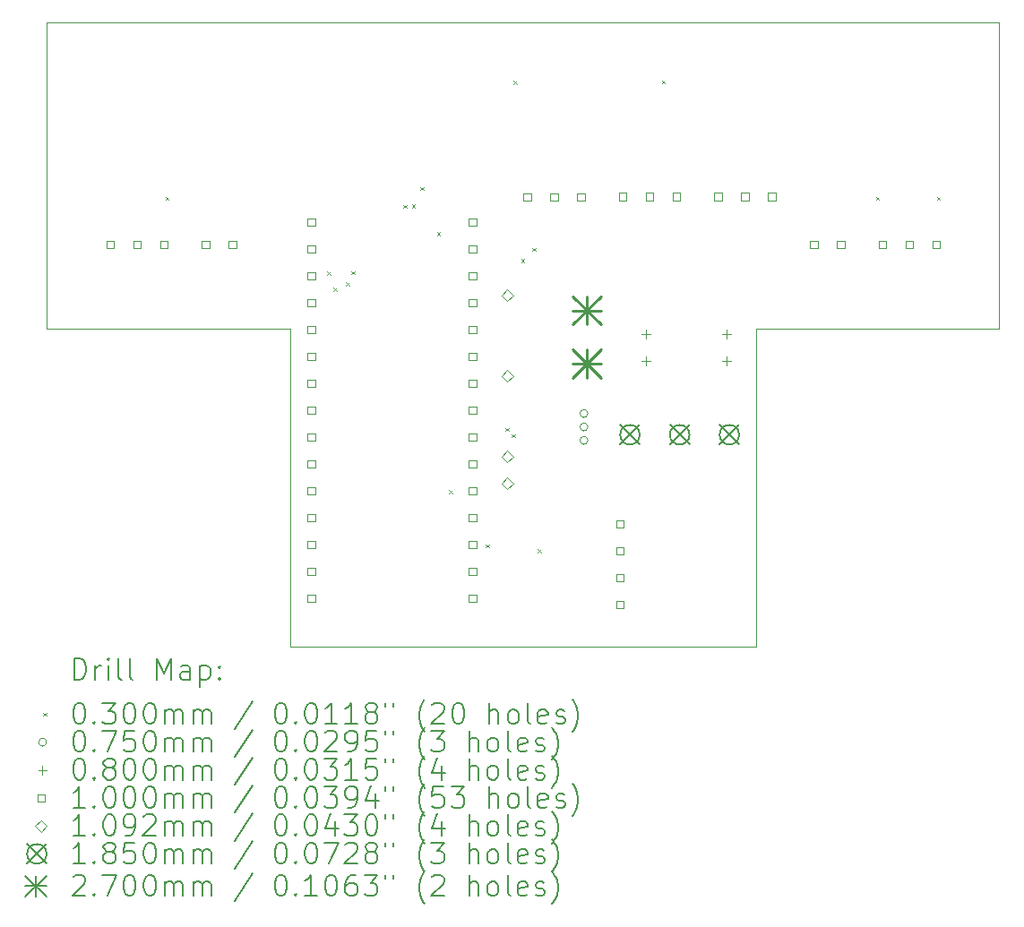
<source format=gbr>
%TF.GenerationSoftware,KiCad,Pcbnew,8.0.3*%
%TF.CreationDate,2025-05-14T17:26:30-04:00*%
%TF.ProjectId,ballsi,62616c6c-7369-42e6-9b69-6361645f7063,rev?*%
%TF.SameCoordinates,Original*%
%TF.FileFunction,Drillmap*%
%TF.FilePolarity,Positive*%
%FSLAX45Y45*%
G04 Gerber Fmt 4.5, Leading zero omitted, Abs format (unit mm)*
G04 Created by KiCad (PCBNEW 8.0.3) date 2025-05-14 17:26:30*
%MOMM*%
%LPD*%
G01*
G04 APERTURE LIST*
%ADD10C,0.050000*%
%ADD11C,0.200000*%
%ADD12C,0.100000*%
%ADD13C,0.109220*%
%ADD14C,0.185000*%
%ADD15C,0.270000*%
G04 APERTURE END LIST*
D10*
X17350000Y-10900000D02*
X17350000Y-7900000D01*
X24050000Y-5000000D02*
X24050000Y-7900000D01*
X15050000Y-5000000D02*
X24050000Y-5000000D01*
X24050000Y-7900000D02*
X21750000Y-7900000D01*
X17350000Y-7900000D02*
X15050000Y-7900000D01*
X21750000Y-10900000D02*
X17350000Y-10900000D01*
X15050000Y-7900000D02*
X15050000Y-5000000D01*
X21750000Y-7900000D02*
X21750000Y-10900000D01*
D11*
D12*
X16172500Y-6650500D02*
X16202500Y-6680500D01*
X16202500Y-6650500D02*
X16172500Y-6680500D01*
X17700000Y-7360000D02*
X17730000Y-7390000D01*
X17730000Y-7360000D02*
X17700000Y-7390000D01*
X17760000Y-7510000D02*
X17790000Y-7540000D01*
X17790000Y-7510000D02*
X17760000Y-7540000D01*
X17877215Y-7461932D02*
X17907215Y-7491932D01*
X17907215Y-7461932D02*
X17877215Y-7491932D01*
X17928789Y-7353789D02*
X17958789Y-7383789D01*
X17958789Y-7353789D02*
X17928789Y-7383789D01*
X18420594Y-6729173D02*
X18450594Y-6759173D01*
X18450594Y-6729173D02*
X18420594Y-6759173D01*
X18500510Y-6725500D02*
X18530510Y-6755500D01*
X18530510Y-6725500D02*
X18500510Y-6755500D01*
X18581157Y-6560000D02*
X18611157Y-6590000D01*
X18611157Y-6560000D02*
X18581157Y-6590000D01*
X18735000Y-6985000D02*
X18765000Y-7015000D01*
X18765000Y-6985000D02*
X18735000Y-7015000D01*
X18850000Y-9424258D02*
X18880000Y-9454258D01*
X18880000Y-9424258D02*
X18850000Y-9454258D01*
X19200000Y-9935000D02*
X19230000Y-9965000D01*
X19230000Y-9935000D02*
X19200000Y-9965000D01*
X19385000Y-8836206D02*
X19415000Y-8866206D01*
X19415000Y-8836206D02*
X19385000Y-8866206D01*
X19442233Y-8896206D02*
X19472233Y-8926206D01*
X19472233Y-8896206D02*
X19442233Y-8926206D01*
X19460000Y-5553750D02*
X19490000Y-5583750D01*
X19490000Y-5553750D02*
X19460000Y-5583750D01*
X19531967Y-7238033D02*
X19561967Y-7268033D01*
X19561967Y-7238033D02*
X19531967Y-7268033D01*
X19638033Y-7131967D02*
X19668033Y-7161967D01*
X19668033Y-7131967D02*
X19638033Y-7161967D01*
X19690000Y-9985000D02*
X19720000Y-10015000D01*
X19720000Y-9985000D02*
X19690000Y-10015000D01*
X20860000Y-5552500D02*
X20890000Y-5582500D01*
X20890000Y-5552500D02*
X20860000Y-5582500D01*
X22886940Y-6650500D02*
X22916940Y-6680500D01*
X22916940Y-6650500D02*
X22886940Y-6680500D01*
X23461940Y-6650500D02*
X23491940Y-6680500D01*
X23491940Y-6650500D02*
X23461940Y-6680500D01*
X20162500Y-8700000D02*
G75*
G02*
X20087500Y-8700000I-37500J0D01*
G01*
X20087500Y-8700000D02*
G75*
G02*
X20162500Y-8700000I37500J0D01*
G01*
X20162500Y-8827000D02*
G75*
G02*
X20087500Y-8827000I-37500J0D01*
G01*
X20087500Y-8827000D02*
G75*
G02*
X20162500Y-8827000I37500J0D01*
G01*
X20162500Y-8954000D02*
G75*
G02*
X20087500Y-8954000I-37500J0D01*
G01*
X20087500Y-8954000D02*
G75*
G02*
X20162500Y-8954000I37500J0D01*
G01*
X20710000Y-7910000D02*
X20710000Y-7990000D01*
X20670000Y-7950000D02*
X20750000Y-7950000D01*
X20710000Y-8164000D02*
X20710000Y-8244000D01*
X20670000Y-8204000D02*
X20750000Y-8204000D01*
X21472000Y-7910000D02*
X21472000Y-7990000D01*
X21432000Y-7950000D02*
X21512000Y-7950000D01*
X21472000Y-8164000D02*
X21472000Y-8244000D01*
X21432000Y-8204000D02*
X21512000Y-8204000D01*
X15685356Y-7135356D02*
X15685356Y-7064644D01*
X15614644Y-7064644D01*
X15614644Y-7135356D01*
X15685356Y-7135356D01*
X15939356Y-7135356D02*
X15939356Y-7064644D01*
X15868644Y-7064644D01*
X15868644Y-7135356D01*
X15939356Y-7135356D01*
X16193356Y-7135356D02*
X16193356Y-7064644D01*
X16122644Y-7064644D01*
X16122644Y-7135356D01*
X16193356Y-7135356D01*
X16585356Y-7135356D02*
X16585356Y-7064644D01*
X16514644Y-7064644D01*
X16514644Y-7135356D01*
X16585356Y-7135356D01*
X16839356Y-7135356D02*
X16839356Y-7064644D01*
X16768644Y-7064644D01*
X16768644Y-7135356D01*
X16839356Y-7135356D01*
X17585356Y-6923356D02*
X17585356Y-6852644D01*
X17514644Y-6852644D01*
X17514644Y-6923356D01*
X17585356Y-6923356D01*
X17585356Y-7177356D02*
X17585356Y-7106644D01*
X17514644Y-7106644D01*
X17514644Y-7177356D01*
X17585356Y-7177356D01*
X17585356Y-7431356D02*
X17585356Y-7360644D01*
X17514644Y-7360644D01*
X17514644Y-7431356D01*
X17585356Y-7431356D01*
X17585356Y-7685356D02*
X17585356Y-7614644D01*
X17514644Y-7614644D01*
X17514644Y-7685356D01*
X17585356Y-7685356D01*
X17585356Y-7939356D02*
X17585356Y-7868644D01*
X17514644Y-7868644D01*
X17514644Y-7939356D01*
X17585356Y-7939356D01*
X17585356Y-8193356D02*
X17585356Y-8122644D01*
X17514644Y-8122644D01*
X17514644Y-8193356D01*
X17585356Y-8193356D01*
X17585356Y-8447356D02*
X17585356Y-8376644D01*
X17514644Y-8376644D01*
X17514644Y-8447356D01*
X17585356Y-8447356D01*
X17585356Y-8701356D02*
X17585356Y-8630644D01*
X17514644Y-8630644D01*
X17514644Y-8701356D01*
X17585356Y-8701356D01*
X17585356Y-8955356D02*
X17585356Y-8884644D01*
X17514644Y-8884644D01*
X17514644Y-8955356D01*
X17585356Y-8955356D01*
X17585356Y-9209356D02*
X17585356Y-9138644D01*
X17514644Y-9138644D01*
X17514644Y-9209356D01*
X17585356Y-9209356D01*
X17585356Y-9463356D02*
X17585356Y-9392644D01*
X17514644Y-9392644D01*
X17514644Y-9463356D01*
X17585356Y-9463356D01*
X17585356Y-9717356D02*
X17585356Y-9646644D01*
X17514644Y-9646644D01*
X17514644Y-9717356D01*
X17585356Y-9717356D01*
X17585356Y-9971356D02*
X17585356Y-9900644D01*
X17514644Y-9900644D01*
X17514644Y-9971356D01*
X17585356Y-9971356D01*
X17585356Y-10225356D02*
X17585356Y-10154644D01*
X17514644Y-10154644D01*
X17514644Y-10225356D01*
X17585356Y-10225356D01*
X17585356Y-10479356D02*
X17585356Y-10408644D01*
X17514644Y-10408644D01*
X17514644Y-10479356D01*
X17585356Y-10479356D01*
X19109356Y-6923356D02*
X19109356Y-6852644D01*
X19038644Y-6852644D01*
X19038644Y-6923356D01*
X19109356Y-6923356D01*
X19109356Y-7177356D02*
X19109356Y-7106644D01*
X19038644Y-7106644D01*
X19038644Y-7177356D01*
X19109356Y-7177356D01*
X19109356Y-7431356D02*
X19109356Y-7360644D01*
X19038644Y-7360644D01*
X19038644Y-7431356D01*
X19109356Y-7431356D01*
X19109356Y-7685356D02*
X19109356Y-7614644D01*
X19038644Y-7614644D01*
X19038644Y-7685356D01*
X19109356Y-7685356D01*
X19109356Y-7939356D02*
X19109356Y-7868644D01*
X19038644Y-7868644D01*
X19038644Y-7939356D01*
X19109356Y-7939356D01*
X19109356Y-8193356D02*
X19109356Y-8122644D01*
X19038644Y-8122644D01*
X19038644Y-8193356D01*
X19109356Y-8193356D01*
X19109356Y-8447356D02*
X19109356Y-8376644D01*
X19038644Y-8376644D01*
X19038644Y-8447356D01*
X19109356Y-8447356D01*
X19109356Y-8701356D02*
X19109356Y-8630644D01*
X19038644Y-8630644D01*
X19038644Y-8701356D01*
X19109356Y-8701356D01*
X19109356Y-8955356D02*
X19109356Y-8884644D01*
X19038644Y-8884644D01*
X19038644Y-8955356D01*
X19109356Y-8955356D01*
X19109356Y-9209356D02*
X19109356Y-9138644D01*
X19038644Y-9138644D01*
X19038644Y-9209356D01*
X19109356Y-9209356D01*
X19109356Y-9463356D02*
X19109356Y-9392644D01*
X19038644Y-9392644D01*
X19038644Y-9463356D01*
X19109356Y-9463356D01*
X19109356Y-9717356D02*
X19109356Y-9646644D01*
X19038644Y-9646644D01*
X19038644Y-9717356D01*
X19109356Y-9717356D01*
X19109356Y-9971356D02*
X19109356Y-9900644D01*
X19038644Y-9900644D01*
X19038644Y-9971356D01*
X19109356Y-9971356D01*
X19109356Y-10225356D02*
X19109356Y-10154644D01*
X19038644Y-10154644D01*
X19038644Y-10225356D01*
X19109356Y-10225356D01*
X19109356Y-10479356D02*
X19109356Y-10408644D01*
X19038644Y-10408644D01*
X19038644Y-10479356D01*
X19109356Y-10479356D01*
X19625856Y-6687856D02*
X19625856Y-6617144D01*
X19555144Y-6617144D01*
X19555144Y-6687856D01*
X19625856Y-6687856D01*
X19879856Y-6687856D02*
X19879856Y-6617144D01*
X19809144Y-6617144D01*
X19809144Y-6687856D01*
X19879856Y-6687856D01*
X20133856Y-6687856D02*
X20133856Y-6617144D01*
X20063144Y-6617144D01*
X20063144Y-6687856D01*
X20133856Y-6687856D01*
X20502356Y-9781356D02*
X20502356Y-9710644D01*
X20431644Y-9710644D01*
X20431644Y-9781356D01*
X20502356Y-9781356D01*
X20502356Y-10035356D02*
X20502356Y-9964644D01*
X20431644Y-9964644D01*
X20431644Y-10035356D01*
X20502356Y-10035356D01*
X20502356Y-10289356D02*
X20502356Y-10218644D01*
X20431644Y-10218644D01*
X20431644Y-10289356D01*
X20502356Y-10289356D01*
X20502356Y-10543356D02*
X20502356Y-10472644D01*
X20431644Y-10472644D01*
X20431644Y-10543356D01*
X20502356Y-10543356D01*
X20527356Y-6685356D02*
X20527356Y-6614644D01*
X20456644Y-6614644D01*
X20456644Y-6685356D01*
X20527356Y-6685356D01*
X20781356Y-6685356D02*
X20781356Y-6614644D01*
X20710644Y-6614644D01*
X20710644Y-6685356D01*
X20781356Y-6685356D01*
X21035356Y-6685356D02*
X21035356Y-6614644D01*
X20964644Y-6614644D01*
X20964644Y-6685356D01*
X21035356Y-6685356D01*
X21427356Y-6685356D02*
X21427356Y-6614644D01*
X21356644Y-6614644D01*
X21356644Y-6685356D01*
X21427356Y-6685356D01*
X21681356Y-6685356D02*
X21681356Y-6614644D01*
X21610644Y-6614644D01*
X21610644Y-6685356D01*
X21681356Y-6685356D01*
X21935356Y-6685356D02*
X21935356Y-6614644D01*
X21864644Y-6614644D01*
X21864644Y-6685356D01*
X21935356Y-6685356D01*
X22335356Y-7135356D02*
X22335356Y-7064644D01*
X22264644Y-7064644D01*
X22264644Y-7135356D01*
X22335356Y-7135356D01*
X22589356Y-7135356D02*
X22589356Y-7064644D01*
X22518644Y-7064644D01*
X22518644Y-7135356D01*
X22589356Y-7135356D01*
X22979856Y-7137856D02*
X22979856Y-7067144D01*
X22909144Y-7067144D01*
X22909144Y-7137856D01*
X22979856Y-7137856D01*
X23233856Y-7137856D02*
X23233856Y-7067144D01*
X23163144Y-7067144D01*
X23163144Y-7137856D01*
X23233856Y-7137856D01*
X23487856Y-7137856D02*
X23487856Y-7067144D01*
X23417144Y-7067144D01*
X23417144Y-7137856D01*
X23487856Y-7137856D01*
D13*
X19400000Y-7638110D02*
X19454610Y-7583500D01*
X19400000Y-7528890D01*
X19345390Y-7583500D01*
X19400000Y-7638110D01*
X19400000Y-8400110D02*
X19454610Y-8345500D01*
X19400000Y-8290890D01*
X19345390Y-8345500D01*
X19400000Y-8400110D01*
X19400000Y-9162110D02*
X19454610Y-9107500D01*
X19400000Y-9052890D01*
X19345390Y-9107500D01*
X19400000Y-9162110D01*
X19400000Y-9416110D02*
X19454610Y-9361500D01*
X19400000Y-9306890D01*
X19345390Y-9361500D01*
X19400000Y-9416110D01*
D14*
X20467500Y-8807500D02*
X20652500Y-8992500D01*
X20652500Y-8807500D02*
X20467500Y-8992500D01*
X20652500Y-8900000D02*
G75*
G02*
X20467500Y-8900000I-92500J0D01*
G01*
X20467500Y-8900000D02*
G75*
G02*
X20652500Y-8900000I92500J0D01*
G01*
X20937500Y-8807500D02*
X21122500Y-8992500D01*
X21122500Y-8807500D02*
X20937500Y-8992500D01*
X21122500Y-8900000D02*
G75*
G02*
X20937500Y-8900000I-92500J0D01*
G01*
X20937500Y-8900000D02*
G75*
G02*
X21122500Y-8900000I92500J0D01*
G01*
X21407500Y-8807500D02*
X21592500Y-8992500D01*
X21592500Y-8807500D02*
X21407500Y-8992500D01*
X21592500Y-8900000D02*
G75*
G02*
X21407500Y-8900000I-92500J0D01*
G01*
X21407500Y-8900000D02*
G75*
G02*
X21592500Y-8900000I92500J0D01*
G01*
D15*
X20015000Y-7590000D02*
X20285000Y-7860000D01*
X20285000Y-7590000D02*
X20015000Y-7860000D01*
X20150000Y-7590000D02*
X20150000Y-7860000D01*
X20015000Y-7725000D02*
X20285000Y-7725000D01*
X20015000Y-8090000D02*
X20285000Y-8360000D01*
X20285000Y-8090000D02*
X20015000Y-8360000D01*
X20150000Y-8090000D02*
X20150000Y-8360000D01*
X20015000Y-8225000D02*
X20285000Y-8225000D01*
D11*
X15308277Y-11213984D02*
X15308277Y-11013984D01*
X15308277Y-11013984D02*
X15355896Y-11013984D01*
X15355896Y-11013984D02*
X15384467Y-11023508D01*
X15384467Y-11023508D02*
X15403515Y-11042555D01*
X15403515Y-11042555D02*
X15413039Y-11061603D01*
X15413039Y-11061603D02*
X15422562Y-11099698D01*
X15422562Y-11099698D02*
X15422562Y-11128270D01*
X15422562Y-11128270D02*
X15413039Y-11166365D01*
X15413039Y-11166365D02*
X15403515Y-11185412D01*
X15403515Y-11185412D02*
X15384467Y-11204460D01*
X15384467Y-11204460D02*
X15355896Y-11213984D01*
X15355896Y-11213984D02*
X15308277Y-11213984D01*
X15508277Y-11213984D02*
X15508277Y-11080650D01*
X15508277Y-11118746D02*
X15517801Y-11099698D01*
X15517801Y-11099698D02*
X15527324Y-11090174D01*
X15527324Y-11090174D02*
X15546372Y-11080650D01*
X15546372Y-11080650D02*
X15565420Y-11080650D01*
X15632086Y-11213984D02*
X15632086Y-11080650D01*
X15632086Y-11013984D02*
X15622562Y-11023508D01*
X15622562Y-11023508D02*
X15632086Y-11033031D01*
X15632086Y-11033031D02*
X15641610Y-11023508D01*
X15641610Y-11023508D02*
X15632086Y-11013984D01*
X15632086Y-11013984D02*
X15632086Y-11033031D01*
X15755896Y-11213984D02*
X15736848Y-11204460D01*
X15736848Y-11204460D02*
X15727324Y-11185412D01*
X15727324Y-11185412D02*
X15727324Y-11013984D01*
X15860658Y-11213984D02*
X15841610Y-11204460D01*
X15841610Y-11204460D02*
X15832086Y-11185412D01*
X15832086Y-11185412D02*
X15832086Y-11013984D01*
X16089229Y-11213984D02*
X16089229Y-11013984D01*
X16089229Y-11013984D02*
X16155896Y-11156841D01*
X16155896Y-11156841D02*
X16222562Y-11013984D01*
X16222562Y-11013984D02*
X16222562Y-11213984D01*
X16403515Y-11213984D02*
X16403515Y-11109222D01*
X16403515Y-11109222D02*
X16393991Y-11090174D01*
X16393991Y-11090174D02*
X16374943Y-11080650D01*
X16374943Y-11080650D02*
X16336848Y-11080650D01*
X16336848Y-11080650D02*
X16317801Y-11090174D01*
X16403515Y-11204460D02*
X16384467Y-11213984D01*
X16384467Y-11213984D02*
X16336848Y-11213984D01*
X16336848Y-11213984D02*
X16317801Y-11204460D01*
X16317801Y-11204460D02*
X16308277Y-11185412D01*
X16308277Y-11185412D02*
X16308277Y-11166365D01*
X16308277Y-11166365D02*
X16317801Y-11147317D01*
X16317801Y-11147317D02*
X16336848Y-11137793D01*
X16336848Y-11137793D02*
X16384467Y-11137793D01*
X16384467Y-11137793D02*
X16403515Y-11128270D01*
X16498753Y-11080650D02*
X16498753Y-11280650D01*
X16498753Y-11090174D02*
X16517801Y-11080650D01*
X16517801Y-11080650D02*
X16555896Y-11080650D01*
X16555896Y-11080650D02*
X16574943Y-11090174D01*
X16574943Y-11090174D02*
X16584467Y-11099698D01*
X16584467Y-11099698D02*
X16593991Y-11118746D01*
X16593991Y-11118746D02*
X16593991Y-11175889D01*
X16593991Y-11175889D02*
X16584467Y-11194936D01*
X16584467Y-11194936D02*
X16574943Y-11204460D01*
X16574943Y-11204460D02*
X16555896Y-11213984D01*
X16555896Y-11213984D02*
X16517801Y-11213984D01*
X16517801Y-11213984D02*
X16498753Y-11204460D01*
X16679705Y-11194936D02*
X16689229Y-11204460D01*
X16689229Y-11204460D02*
X16679705Y-11213984D01*
X16679705Y-11213984D02*
X16670182Y-11204460D01*
X16670182Y-11204460D02*
X16679705Y-11194936D01*
X16679705Y-11194936D02*
X16679705Y-11213984D01*
X16679705Y-11090174D02*
X16689229Y-11099698D01*
X16689229Y-11099698D02*
X16679705Y-11109222D01*
X16679705Y-11109222D02*
X16670182Y-11099698D01*
X16670182Y-11099698D02*
X16679705Y-11090174D01*
X16679705Y-11090174D02*
X16679705Y-11109222D01*
D12*
X15017500Y-11527500D02*
X15047500Y-11557500D01*
X15047500Y-11527500D02*
X15017500Y-11557500D01*
D11*
X15346372Y-11433984D02*
X15365420Y-11433984D01*
X15365420Y-11433984D02*
X15384467Y-11443508D01*
X15384467Y-11443508D02*
X15393991Y-11453031D01*
X15393991Y-11453031D02*
X15403515Y-11472079D01*
X15403515Y-11472079D02*
X15413039Y-11510174D01*
X15413039Y-11510174D02*
X15413039Y-11557793D01*
X15413039Y-11557793D02*
X15403515Y-11595888D01*
X15403515Y-11595888D02*
X15393991Y-11614936D01*
X15393991Y-11614936D02*
X15384467Y-11624460D01*
X15384467Y-11624460D02*
X15365420Y-11633984D01*
X15365420Y-11633984D02*
X15346372Y-11633984D01*
X15346372Y-11633984D02*
X15327324Y-11624460D01*
X15327324Y-11624460D02*
X15317801Y-11614936D01*
X15317801Y-11614936D02*
X15308277Y-11595888D01*
X15308277Y-11595888D02*
X15298753Y-11557793D01*
X15298753Y-11557793D02*
X15298753Y-11510174D01*
X15298753Y-11510174D02*
X15308277Y-11472079D01*
X15308277Y-11472079D02*
X15317801Y-11453031D01*
X15317801Y-11453031D02*
X15327324Y-11443508D01*
X15327324Y-11443508D02*
X15346372Y-11433984D01*
X15498753Y-11614936D02*
X15508277Y-11624460D01*
X15508277Y-11624460D02*
X15498753Y-11633984D01*
X15498753Y-11633984D02*
X15489229Y-11624460D01*
X15489229Y-11624460D02*
X15498753Y-11614936D01*
X15498753Y-11614936D02*
X15498753Y-11633984D01*
X15574943Y-11433984D02*
X15698753Y-11433984D01*
X15698753Y-11433984D02*
X15632086Y-11510174D01*
X15632086Y-11510174D02*
X15660658Y-11510174D01*
X15660658Y-11510174D02*
X15679705Y-11519698D01*
X15679705Y-11519698D02*
X15689229Y-11529222D01*
X15689229Y-11529222D02*
X15698753Y-11548269D01*
X15698753Y-11548269D02*
X15698753Y-11595888D01*
X15698753Y-11595888D02*
X15689229Y-11614936D01*
X15689229Y-11614936D02*
X15679705Y-11624460D01*
X15679705Y-11624460D02*
X15660658Y-11633984D01*
X15660658Y-11633984D02*
X15603515Y-11633984D01*
X15603515Y-11633984D02*
X15584467Y-11624460D01*
X15584467Y-11624460D02*
X15574943Y-11614936D01*
X15822562Y-11433984D02*
X15841610Y-11433984D01*
X15841610Y-11433984D02*
X15860658Y-11443508D01*
X15860658Y-11443508D02*
X15870182Y-11453031D01*
X15870182Y-11453031D02*
X15879705Y-11472079D01*
X15879705Y-11472079D02*
X15889229Y-11510174D01*
X15889229Y-11510174D02*
X15889229Y-11557793D01*
X15889229Y-11557793D02*
X15879705Y-11595888D01*
X15879705Y-11595888D02*
X15870182Y-11614936D01*
X15870182Y-11614936D02*
X15860658Y-11624460D01*
X15860658Y-11624460D02*
X15841610Y-11633984D01*
X15841610Y-11633984D02*
X15822562Y-11633984D01*
X15822562Y-11633984D02*
X15803515Y-11624460D01*
X15803515Y-11624460D02*
X15793991Y-11614936D01*
X15793991Y-11614936D02*
X15784467Y-11595888D01*
X15784467Y-11595888D02*
X15774943Y-11557793D01*
X15774943Y-11557793D02*
X15774943Y-11510174D01*
X15774943Y-11510174D02*
X15784467Y-11472079D01*
X15784467Y-11472079D02*
X15793991Y-11453031D01*
X15793991Y-11453031D02*
X15803515Y-11443508D01*
X15803515Y-11443508D02*
X15822562Y-11433984D01*
X16013039Y-11433984D02*
X16032086Y-11433984D01*
X16032086Y-11433984D02*
X16051134Y-11443508D01*
X16051134Y-11443508D02*
X16060658Y-11453031D01*
X16060658Y-11453031D02*
X16070182Y-11472079D01*
X16070182Y-11472079D02*
X16079705Y-11510174D01*
X16079705Y-11510174D02*
X16079705Y-11557793D01*
X16079705Y-11557793D02*
X16070182Y-11595888D01*
X16070182Y-11595888D02*
X16060658Y-11614936D01*
X16060658Y-11614936D02*
X16051134Y-11624460D01*
X16051134Y-11624460D02*
X16032086Y-11633984D01*
X16032086Y-11633984D02*
X16013039Y-11633984D01*
X16013039Y-11633984D02*
X15993991Y-11624460D01*
X15993991Y-11624460D02*
X15984467Y-11614936D01*
X15984467Y-11614936D02*
X15974943Y-11595888D01*
X15974943Y-11595888D02*
X15965420Y-11557793D01*
X15965420Y-11557793D02*
X15965420Y-11510174D01*
X15965420Y-11510174D02*
X15974943Y-11472079D01*
X15974943Y-11472079D02*
X15984467Y-11453031D01*
X15984467Y-11453031D02*
X15993991Y-11443508D01*
X15993991Y-11443508D02*
X16013039Y-11433984D01*
X16165420Y-11633984D02*
X16165420Y-11500650D01*
X16165420Y-11519698D02*
X16174943Y-11510174D01*
X16174943Y-11510174D02*
X16193991Y-11500650D01*
X16193991Y-11500650D02*
X16222563Y-11500650D01*
X16222563Y-11500650D02*
X16241610Y-11510174D01*
X16241610Y-11510174D02*
X16251134Y-11529222D01*
X16251134Y-11529222D02*
X16251134Y-11633984D01*
X16251134Y-11529222D02*
X16260658Y-11510174D01*
X16260658Y-11510174D02*
X16279705Y-11500650D01*
X16279705Y-11500650D02*
X16308277Y-11500650D01*
X16308277Y-11500650D02*
X16327324Y-11510174D01*
X16327324Y-11510174D02*
X16336848Y-11529222D01*
X16336848Y-11529222D02*
X16336848Y-11633984D01*
X16432086Y-11633984D02*
X16432086Y-11500650D01*
X16432086Y-11519698D02*
X16441610Y-11510174D01*
X16441610Y-11510174D02*
X16460658Y-11500650D01*
X16460658Y-11500650D02*
X16489229Y-11500650D01*
X16489229Y-11500650D02*
X16508277Y-11510174D01*
X16508277Y-11510174D02*
X16517801Y-11529222D01*
X16517801Y-11529222D02*
X16517801Y-11633984D01*
X16517801Y-11529222D02*
X16527324Y-11510174D01*
X16527324Y-11510174D02*
X16546372Y-11500650D01*
X16546372Y-11500650D02*
X16574943Y-11500650D01*
X16574943Y-11500650D02*
X16593991Y-11510174D01*
X16593991Y-11510174D02*
X16603515Y-11529222D01*
X16603515Y-11529222D02*
X16603515Y-11633984D01*
X16993991Y-11424460D02*
X16822563Y-11681603D01*
X17251134Y-11433984D02*
X17270182Y-11433984D01*
X17270182Y-11433984D02*
X17289229Y-11443508D01*
X17289229Y-11443508D02*
X17298753Y-11453031D01*
X17298753Y-11453031D02*
X17308277Y-11472079D01*
X17308277Y-11472079D02*
X17317801Y-11510174D01*
X17317801Y-11510174D02*
X17317801Y-11557793D01*
X17317801Y-11557793D02*
X17308277Y-11595888D01*
X17308277Y-11595888D02*
X17298753Y-11614936D01*
X17298753Y-11614936D02*
X17289229Y-11624460D01*
X17289229Y-11624460D02*
X17270182Y-11633984D01*
X17270182Y-11633984D02*
X17251134Y-11633984D01*
X17251134Y-11633984D02*
X17232087Y-11624460D01*
X17232087Y-11624460D02*
X17222563Y-11614936D01*
X17222563Y-11614936D02*
X17213039Y-11595888D01*
X17213039Y-11595888D02*
X17203515Y-11557793D01*
X17203515Y-11557793D02*
X17203515Y-11510174D01*
X17203515Y-11510174D02*
X17213039Y-11472079D01*
X17213039Y-11472079D02*
X17222563Y-11453031D01*
X17222563Y-11453031D02*
X17232087Y-11443508D01*
X17232087Y-11443508D02*
X17251134Y-11433984D01*
X17403515Y-11614936D02*
X17413039Y-11624460D01*
X17413039Y-11624460D02*
X17403515Y-11633984D01*
X17403515Y-11633984D02*
X17393991Y-11624460D01*
X17393991Y-11624460D02*
X17403515Y-11614936D01*
X17403515Y-11614936D02*
X17403515Y-11633984D01*
X17536848Y-11433984D02*
X17555896Y-11433984D01*
X17555896Y-11433984D02*
X17574944Y-11443508D01*
X17574944Y-11443508D02*
X17584468Y-11453031D01*
X17584468Y-11453031D02*
X17593991Y-11472079D01*
X17593991Y-11472079D02*
X17603515Y-11510174D01*
X17603515Y-11510174D02*
X17603515Y-11557793D01*
X17603515Y-11557793D02*
X17593991Y-11595888D01*
X17593991Y-11595888D02*
X17584468Y-11614936D01*
X17584468Y-11614936D02*
X17574944Y-11624460D01*
X17574944Y-11624460D02*
X17555896Y-11633984D01*
X17555896Y-11633984D02*
X17536848Y-11633984D01*
X17536848Y-11633984D02*
X17517801Y-11624460D01*
X17517801Y-11624460D02*
X17508277Y-11614936D01*
X17508277Y-11614936D02*
X17498753Y-11595888D01*
X17498753Y-11595888D02*
X17489229Y-11557793D01*
X17489229Y-11557793D02*
X17489229Y-11510174D01*
X17489229Y-11510174D02*
X17498753Y-11472079D01*
X17498753Y-11472079D02*
X17508277Y-11453031D01*
X17508277Y-11453031D02*
X17517801Y-11443508D01*
X17517801Y-11443508D02*
X17536848Y-11433984D01*
X17793991Y-11633984D02*
X17679706Y-11633984D01*
X17736848Y-11633984D02*
X17736848Y-11433984D01*
X17736848Y-11433984D02*
X17717801Y-11462555D01*
X17717801Y-11462555D02*
X17698753Y-11481603D01*
X17698753Y-11481603D02*
X17679706Y-11491127D01*
X17984468Y-11633984D02*
X17870182Y-11633984D01*
X17927325Y-11633984D02*
X17927325Y-11433984D01*
X17927325Y-11433984D02*
X17908277Y-11462555D01*
X17908277Y-11462555D02*
X17889229Y-11481603D01*
X17889229Y-11481603D02*
X17870182Y-11491127D01*
X18098753Y-11519698D02*
X18079706Y-11510174D01*
X18079706Y-11510174D02*
X18070182Y-11500650D01*
X18070182Y-11500650D02*
X18060658Y-11481603D01*
X18060658Y-11481603D02*
X18060658Y-11472079D01*
X18060658Y-11472079D02*
X18070182Y-11453031D01*
X18070182Y-11453031D02*
X18079706Y-11443508D01*
X18079706Y-11443508D02*
X18098753Y-11433984D01*
X18098753Y-11433984D02*
X18136849Y-11433984D01*
X18136849Y-11433984D02*
X18155896Y-11443508D01*
X18155896Y-11443508D02*
X18165420Y-11453031D01*
X18165420Y-11453031D02*
X18174944Y-11472079D01*
X18174944Y-11472079D02*
X18174944Y-11481603D01*
X18174944Y-11481603D02*
X18165420Y-11500650D01*
X18165420Y-11500650D02*
X18155896Y-11510174D01*
X18155896Y-11510174D02*
X18136849Y-11519698D01*
X18136849Y-11519698D02*
X18098753Y-11519698D01*
X18098753Y-11519698D02*
X18079706Y-11529222D01*
X18079706Y-11529222D02*
X18070182Y-11538746D01*
X18070182Y-11538746D02*
X18060658Y-11557793D01*
X18060658Y-11557793D02*
X18060658Y-11595888D01*
X18060658Y-11595888D02*
X18070182Y-11614936D01*
X18070182Y-11614936D02*
X18079706Y-11624460D01*
X18079706Y-11624460D02*
X18098753Y-11633984D01*
X18098753Y-11633984D02*
X18136849Y-11633984D01*
X18136849Y-11633984D02*
X18155896Y-11624460D01*
X18155896Y-11624460D02*
X18165420Y-11614936D01*
X18165420Y-11614936D02*
X18174944Y-11595888D01*
X18174944Y-11595888D02*
X18174944Y-11557793D01*
X18174944Y-11557793D02*
X18165420Y-11538746D01*
X18165420Y-11538746D02*
X18155896Y-11529222D01*
X18155896Y-11529222D02*
X18136849Y-11519698D01*
X18251134Y-11433984D02*
X18251134Y-11472079D01*
X18327325Y-11433984D02*
X18327325Y-11472079D01*
X18622563Y-11710174D02*
X18613039Y-11700650D01*
X18613039Y-11700650D02*
X18593991Y-11672079D01*
X18593991Y-11672079D02*
X18584468Y-11653031D01*
X18584468Y-11653031D02*
X18574944Y-11624460D01*
X18574944Y-11624460D02*
X18565420Y-11576841D01*
X18565420Y-11576841D02*
X18565420Y-11538746D01*
X18565420Y-11538746D02*
X18574944Y-11491127D01*
X18574944Y-11491127D02*
X18584468Y-11462555D01*
X18584468Y-11462555D02*
X18593991Y-11443508D01*
X18593991Y-11443508D02*
X18613039Y-11414936D01*
X18613039Y-11414936D02*
X18622563Y-11405412D01*
X18689230Y-11453031D02*
X18698753Y-11443508D01*
X18698753Y-11443508D02*
X18717801Y-11433984D01*
X18717801Y-11433984D02*
X18765420Y-11433984D01*
X18765420Y-11433984D02*
X18784468Y-11443508D01*
X18784468Y-11443508D02*
X18793991Y-11453031D01*
X18793991Y-11453031D02*
X18803515Y-11472079D01*
X18803515Y-11472079D02*
X18803515Y-11491127D01*
X18803515Y-11491127D02*
X18793991Y-11519698D01*
X18793991Y-11519698D02*
X18679706Y-11633984D01*
X18679706Y-11633984D02*
X18803515Y-11633984D01*
X18927325Y-11433984D02*
X18946372Y-11433984D01*
X18946372Y-11433984D02*
X18965420Y-11443508D01*
X18965420Y-11443508D02*
X18974944Y-11453031D01*
X18974944Y-11453031D02*
X18984468Y-11472079D01*
X18984468Y-11472079D02*
X18993991Y-11510174D01*
X18993991Y-11510174D02*
X18993991Y-11557793D01*
X18993991Y-11557793D02*
X18984468Y-11595888D01*
X18984468Y-11595888D02*
X18974944Y-11614936D01*
X18974944Y-11614936D02*
X18965420Y-11624460D01*
X18965420Y-11624460D02*
X18946372Y-11633984D01*
X18946372Y-11633984D02*
X18927325Y-11633984D01*
X18927325Y-11633984D02*
X18908277Y-11624460D01*
X18908277Y-11624460D02*
X18898753Y-11614936D01*
X18898753Y-11614936D02*
X18889230Y-11595888D01*
X18889230Y-11595888D02*
X18879706Y-11557793D01*
X18879706Y-11557793D02*
X18879706Y-11510174D01*
X18879706Y-11510174D02*
X18889230Y-11472079D01*
X18889230Y-11472079D02*
X18898753Y-11453031D01*
X18898753Y-11453031D02*
X18908277Y-11443508D01*
X18908277Y-11443508D02*
X18927325Y-11433984D01*
X19232087Y-11633984D02*
X19232087Y-11433984D01*
X19317801Y-11633984D02*
X19317801Y-11529222D01*
X19317801Y-11529222D02*
X19308277Y-11510174D01*
X19308277Y-11510174D02*
X19289230Y-11500650D01*
X19289230Y-11500650D02*
X19260658Y-11500650D01*
X19260658Y-11500650D02*
X19241611Y-11510174D01*
X19241611Y-11510174D02*
X19232087Y-11519698D01*
X19441611Y-11633984D02*
X19422563Y-11624460D01*
X19422563Y-11624460D02*
X19413039Y-11614936D01*
X19413039Y-11614936D02*
X19403515Y-11595888D01*
X19403515Y-11595888D02*
X19403515Y-11538746D01*
X19403515Y-11538746D02*
X19413039Y-11519698D01*
X19413039Y-11519698D02*
X19422563Y-11510174D01*
X19422563Y-11510174D02*
X19441611Y-11500650D01*
X19441611Y-11500650D02*
X19470182Y-11500650D01*
X19470182Y-11500650D02*
X19489230Y-11510174D01*
X19489230Y-11510174D02*
X19498753Y-11519698D01*
X19498753Y-11519698D02*
X19508277Y-11538746D01*
X19508277Y-11538746D02*
X19508277Y-11595888D01*
X19508277Y-11595888D02*
X19498753Y-11614936D01*
X19498753Y-11614936D02*
X19489230Y-11624460D01*
X19489230Y-11624460D02*
X19470182Y-11633984D01*
X19470182Y-11633984D02*
X19441611Y-11633984D01*
X19622563Y-11633984D02*
X19603515Y-11624460D01*
X19603515Y-11624460D02*
X19593992Y-11605412D01*
X19593992Y-11605412D02*
X19593992Y-11433984D01*
X19774944Y-11624460D02*
X19755896Y-11633984D01*
X19755896Y-11633984D02*
X19717801Y-11633984D01*
X19717801Y-11633984D02*
X19698753Y-11624460D01*
X19698753Y-11624460D02*
X19689230Y-11605412D01*
X19689230Y-11605412D02*
X19689230Y-11529222D01*
X19689230Y-11529222D02*
X19698753Y-11510174D01*
X19698753Y-11510174D02*
X19717801Y-11500650D01*
X19717801Y-11500650D02*
X19755896Y-11500650D01*
X19755896Y-11500650D02*
X19774944Y-11510174D01*
X19774944Y-11510174D02*
X19784468Y-11529222D01*
X19784468Y-11529222D02*
X19784468Y-11548269D01*
X19784468Y-11548269D02*
X19689230Y-11567317D01*
X19860658Y-11624460D02*
X19879706Y-11633984D01*
X19879706Y-11633984D02*
X19917801Y-11633984D01*
X19917801Y-11633984D02*
X19936849Y-11624460D01*
X19936849Y-11624460D02*
X19946373Y-11605412D01*
X19946373Y-11605412D02*
X19946373Y-11595888D01*
X19946373Y-11595888D02*
X19936849Y-11576841D01*
X19936849Y-11576841D02*
X19917801Y-11567317D01*
X19917801Y-11567317D02*
X19889230Y-11567317D01*
X19889230Y-11567317D02*
X19870182Y-11557793D01*
X19870182Y-11557793D02*
X19860658Y-11538746D01*
X19860658Y-11538746D02*
X19860658Y-11529222D01*
X19860658Y-11529222D02*
X19870182Y-11510174D01*
X19870182Y-11510174D02*
X19889230Y-11500650D01*
X19889230Y-11500650D02*
X19917801Y-11500650D01*
X19917801Y-11500650D02*
X19936849Y-11510174D01*
X20013039Y-11710174D02*
X20022563Y-11700650D01*
X20022563Y-11700650D02*
X20041611Y-11672079D01*
X20041611Y-11672079D02*
X20051134Y-11653031D01*
X20051134Y-11653031D02*
X20060658Y-11624460D01*
X20060658Y-11624460D02*
X20070182Y-11576841D01*
X20070182Y-11576841D02*
X20070182Y-11538746D01*
X20070182Y-11538746D02*
X20060658Y-11491127D01*
X20060658Y-11491127D02*
X20051134Y-11462555D01*
X20051134Y-11462555D02*
X20041611Y-11443508D01*
X20041611Y-11443508D02*
X20022563Y-11414936D01*
X20022563Y-11414936D02*
X20013039Y-11405412D01*
D12*
X15047500Y-11806500D02*
G75*
G02*
X14972500Y-11806500I-37500J0D01*
G01*
X14972500Y-11806500D02*
G75*
G02*
X15047500Y-11806500I37500J0D01*
G01*
D11*
X15346372Y-11697984D02*
X15365420Y-11697984D01*
X15365420Y-11697984D02*
X15384467Y-11707508D01*
X15384467Y-11707508D02*
X15393991Y-11717031D01*
X15393991Y-11717031D02*
X15403515Y-11736079D01*
X15403515Y-11736079D02*
X15413039Y-11774174D01*
X15413039Y-11774174D02*
X15413039Y-11821793D01*
X15413039Y-11821793D02*
X15403515Y-11859888D01*
X15403515Y-11859888D02*
X15393991Y-11878936D01*
X15393991Y-11878936D02*
X15384467Y-11888460D01*
X15384467Y-11888460D02*
X15365420Y-11897984D01*
X15365420Y-11897984D02*
X15346372Y-11897984D01*
X15346372Y-11897984D02*
X15327324Y-11888460D01*
X15327324Y-11888460D02*
X15317801Y-11878936D01*
X15317801Y-11878936D02*
X15308277Y-11859888D01*
X15308277Y-11859888D02*
X15298753Y-11821793D01*
X15298753Y-11821793D02*
X15298753Y-11774174D01*
X15298753Y-11774174D02*
X15308277Y-11736079D01*
X15308277Y-11736079D02*
X15317801Y-11717031D01*
X15317801Y-11717031D02*
X15327324Y-11707508D01*
X15327324Y-11707508D02*
X15346372Y-11697984D01*
X15498753Y-11878936D02*
X15508277Y-11888460D01*
X15508277Y-11888460D02*
X15498753Y-11897984D01*
X15498753Y-11897984D02*
X15489229Y-11888460D01*
X15489229Y-11888460D02*
X15498753Y-11878936D01*
X15498753Y-11878936D02*
X15498753Y-11897984D01*
X15574943Y-11697984D02*
X15708277Y-11697984D01*
X15708277Y-11697984D02*
X15622562Y-11897984D01*
X15879705Y-11697984D02*
X15784467Y-11697984D01*
X15784467Y-11697984D02*
X15774943Y-11793222D01*
X15774943Y-11793222D02*
X15784467Y-11783698D01*
X15784467Y-11783698D02*
X15803515Y-11774174D01*
X15803515Y-11774174D02*
X15851134Y-11774174D01*
X15851134Y-11774174D02*
X15870182Y-11783698D01*
X15870182Y-11783698D02*
X15879705Y-11793222D01*
X15879705Y-11793222D02*
X15889229Y-11812269D01*
X15889229Y-11812269D02*
X15889229Y-11859888D01*
X15889229Y-11859888D02*
X15879705Y-11878936D01*
X15879705Y-11878936D02*
X15870182Y-11888460D01*
X15870182Y-11888460D02*
X15851134Y-11897984D01*
X15851134Y-11897984D02*
X15803515Y-11897984D01*
X15803515Y-11897984D02*
X15784467Y-11888460D01*
X15784467Y-11888460D02*
X15774943Y-11878936D01*
X16013039Y-11697984D02*
X16032086Y-11697984D01*
X16032086Y-11697984D02*
X16051134Y-11707508D01*
X16051134Y-11707508D02*
X16060658Y-11717031D01*
X16060658Y-11717031D02*
X16070182Y-11736079D01*
X16070182Y-11736079D02*
X16079705Y-11774174D01*
X16079705Y-11774174D02*
X16079705Y-11821793D01*
X16079705Y-11821793D02*
X16070182Y-11859888D01*
X16070182Y-11859888D02*
X16060658Y-11878936D01*
X16060658Y-11878936D02*
X16051134Y-11888460D01*
X16051134Y-11888460D02*
X16032086Y-11897984D01*
X16032086Y-11897984D02*
X16013039Y-11897984D01*
X16013039Y-11897984D02*
X15993991Y-11888460D01*
X15993991Y-11888460D02*
X15984467Y-11878936D01*
X15984467Y-11878936D02*
X15974943Y-11859888D01*
X15974943Y-11859888D02*
X15965420Y-11821793D01*
X15965420Y-11821793D02*
X15965420Y-11774174D01*
X15965420Y-11774174D02*
X15974943Y-11736079D01*
X15974943Y-11736079D02*
X15984467Y-11717031D01*
X15984467Y-11717031D02*
X15993991Y-11707508D01*
X15993991Y-11707508D02*
X16013039Y-11697984D01*
X16165420Y-11897984D02*
X16165420Y-11764650D01*
X16165420Y-11783698D02*
X16174943Y-11774174D01*
X16174943Y-11774174D02*
X16193991Y-11764650D01*
X16193991Y-11764650D02*
X16222563Y-11764650D01*
X16222563Y-11764650D02*
X16241610Y-11774174D01*
X16241610Y-11774174D02*
X16251134Y-11793222D01*
X16251134Y-11793222D02*
X16251134Y-11897984D01*
X16251134Y-11793222D02*
X16260658Y-11774174D01*
X16260658Y-11774174D02*
X16279705Y-11764650D01*
X16279705Y-11764650D02*
X16308277Y-11764650D01*
X16308277Y-11764650D02*
X16327324Y-11774174D01*
X16327324Y-11774174D02*
X16336848Y-11793222D01*
X16336848Y-11793222D02*
X16336848Y-11897984D01*
X16432086Y-11897984D02*
X16432086Y-11764650D01*
X16432086Y-11783698D02*
X16441610Y-11774174D01*
X16441610Y-11774174D02*
X16460658Y-11764650D01*
X16460658Y-11764650D02*
X16489229Y-11764650D01*
X16489229Y-11764650D02*
X16508277Y-11774174D01*
X16508277Y-11774174D02*
X16517801Y-11793222D01*
X16517801Y-11793222D02*
X16517801Y-11897984D01*
X16517801Y-11793222D02*
X16527324Y-11774174D01*
X16527324Y-11774174D02*
X16546372Y-11764650D01*
X16546372Y-11764650D02*
X16574943Y-11764650D01*
X16574943Y-11764650D02*
X16593991Y-11774174D01*
X16593991Y-11774174D02*
X16603515Y-11793222D01*
X16603515Y-11793222D02*
X16603515Y-11897984D01*
X16993991Y-11688460D02*
X16822563Y-11945603D01*
X17251134Y-11697984D02*
X17270182Y-11697984D01*
X17270182Y-11697984D02*
X17289229Y-11707508D01*
X17289229Y-11707508D02*
X17298753Y-11717031D01*
X17298753Y-11717031D02*
X17308277Y-11736079D01*
X17308277Y-11736079D02*
X17317801Y-11774174D01*
X17317801Y-11774174D02*
X17317801Y-11821793D01*
X17317801Y-11821793D02*
X17308277Y-11859888D01*
X17308277Y-11859888D02*
X17298753Y-11878936D01*
X17298753Y-11878936D02*
X17289229Y-11888460D01*
X17289229Y-11888460D02*
X17270182Y-11897984D01*
X17270182Y-11897984D02*
X17251134Y-11897984D01*
X17251134Y-11897984D02*
X17232087Y-11888460D01*
X17232087Y-11888460D02*
X17222563Y-11878936D01*
X17222563Y-11878936D02*
X17213039Y-11859888D01*
X17213039Y-11859888D02*
X17203515Y-11821793D01*
X17203515Y-11821793D02*
X17203515Y-11774174D01*
X17203515Y-11774174D02*
X17213039Y-11736079D01*
X17213039Y-11736079D02*
X17222563Y-11717031D01*
X17222563Y-11717031D02*
X17232087Y-11707508D01*
X17232087Y-11707508D02*
X17251134Y-11697984D01*
X17403515Y-11878936D02*
X17413039Y-11888460D01*
X17413039Y-11888460D02*
X17403515Y-11897984D01*
X17403515Y-11897984D02*
X17393991Y-11888460D01*
X17393991Y-11888460D02*
X17403515Y-11878936D01*
X17403515Y-11878936D02*
X17403515Y-11897984D01*
X17536848Y-11697984D02*
X17555896Y-11697984D01*
X17555896Y-11697984D02*
X17574944Y-11707508D01*
X17574944Y-11707508D02*
X17584468Y-11717031D01*
X17584468Y-11717031D02*
X17593991Y-11736079D01*
X17593991Y-11736079D02*
X17603515Y-11774174D01*
X17603515Y-11774174D02*
X17603515Y-11821793D01*
X17603515Y-11821793D02*
X17593991Y-11859888D01*
X17593991Y-11859888D02*
X17584468Y-11878936D01*
X17584468Y-11878936D02*
X17574944Y-11888460D01*
X17574944Y-11888460D02*
X17555896Y-11897984D01*
X17555896Y-11897984D02*
X17536848Y-11897984D01*
X17536848Y-11897984D02*
X17517801Y-11888460D01*
X17517801Y-11888460D02*
X17508277Y-11878936D01*
X17508277Y-11878936D02*
X17498753Y-11859888D01*
X17498753Y-11859888D02*
X17489229Y-11821793D01*
X17489229Y-11821793D02*
X17489229Y-11774174D01*
X17489229Y-11774174D02*
X17498753Y-11736079D01*
X17498753Y-11736079D02*
X17508277Y-11717031D01*
X17508277Y-11717031D02*
X17517801Y-11707508D01*
X17517801Y-11707508D02*
X17536848Y-11697984D01*
X17679706Y-11717031D02*
X17689229Y-11707508D01*
X17689229Y-11707508D02*
X17708277Y-11697984D01*
X17708277Y-11697984D02*
X17755896Y-11697984D01*
X17755896Y-11697984D02*
X17774944Y-11707508D01*
X17774944Y-11707508D02*
X17784468Y-11717031D01*
X17784468Y-11717031D02*
X17793991Y-11736079D01*
X17793991Y-11736079D02*
X17793991Y-11755127D01*
X17793991Y-11755127D02*
X17784468Y-11783698D01*
X17784468Y-11783698D02*
X17670182Y-11897984D01*
X17670182Y-11897984D02*
X17793991Y-11897984D01*
X17889229Y-11897984D02*
X17927325Y-11897984D01*
X17927325Y-11897984D02*
X17946372Y-11888460D01*
X17946372Y-11888460D02*
X17955896Y-11878936D01*
X17955896Y-11878936D02*
X17974944Y-11850365D01*
X17974944Y-11850365D02*
X17984468Y-11812269D01*
X17984468Y-11812269D02*
X17984468Y-11736079D01*
X17984468Y-11736079D02*
X17974944Y-11717031D01*
X17974944Y-11717031D02*
X17965420Y-11707508D01*
X17965420Y-11707508D02*
X17946372Y-11697984D01*
X17946372Y-11697984D02*
X17908277Y-11697984D01*
X17908277Y-11697984D02*
X17889229Y-11707508D01*
X17889229Y-11707508D02*
X17879706Y-11717031D01*
X17879706Y-11717031D02*
X17870182Y-11736079D01*
X17870182Y-11736079D02*
X17870182Y-11783698D01*
X17870182Y-11783698D02*
X17879706Y-11802746D01*
X17879706Y-11802746D02*
X17889229Y-11812269D01*
X17889229Y-11812269D02*
X17908277Y-11821793D01*
X17908277Y-11821793D02*
X17946372Y-11821793D01*
X17946372Y-11821793D02*
X17965420Y-11812269D01*
X17965420Y-11812269D02*
X17974944Y-11802746D01*
X17974944Y-11802746D02*
X17984468Y-11783698D01*
X18165420Y-11697984D02*
X18070182Y-11697984D01*
X18070182Y-11697984D02*
X18060658Y-11793222D01*
X18060658Y-11793222D02*
X18070182Y-11783698D01*
X18070182Y-11783698D02*
X18089229Y-11774174D01*
X18089229Y-11774174D02*
X18136849Y-11774174D01*
X18136849Y-11774174D02*
X18155896Y-11783698D01*
X18155896Y-11783698D02*
X18165420Y-11793222D01*
X18165420Y-11793222D02*
X18174944Y-11812269D01*
X18174944Y-11812269D02*
X18174944Y-11859888D01*
X18174944Y-11859888D02*
X18165420Y-11878936D01*
X18165420Y-11878936D02*
X18155896Y-11888460D01*
X18155896Y-11888460D02*
X18136849Y-11897984D01*
X18136849Y-11897984D02*
X18089229Y-11897984D01*
X18089229Y-11897984D02*
X18070182Y-11888460D01*
X18070182Y-11888460D02*
X18060658Y-11878936D01*
X18251134Y-11697984D02*
X18251134Y-11736079D01*
X18327325Y-11697984D02*
X18327325Y-11736079D01*
X18622563Y-11974174D02*
X18613039Y-11964650D01*
X18613039Y-11964650D02*
X18593991Y-11936079D01*
X18593991Y-11936079D02*
X18584468Y-11917031D01*
X18584468Y-11917031D02*
X18574944Y-11888460D01*
X18574944Y-11888460D02*
X18565420Y-11840841D01*
X18565420Y-11840841D02*
X18565420Y-11802746D01*
X18565420Y-11802746D02*
X18574944Y-11755127D01*
X18574944Y-11755127D02*
X18584468Y-11726555D01*
X18584468Y-11726555D02*
X18593991Y-11707508D01*
X18593991Y-11707508D02*
X18613039Y-11678936D01*
X18613039Y-11678936D02*
X18622563Y-11669412D01*
X18679706Y-11697984D02*
X18803515Y-11697984D01*
X18803515Y-11697984D02*
X18736849Y-11774174D01*
X18736849Y-11774174D02*
X18765420Y-11774174D01*
X18765420Y-11774174D02*
X18784468Y-11783698D01*
X18784468Y-11783698D02*
X18793991Y-11793222D01*
X18793991Y-11793222D02*
X18803515Y-11812269D01*
X18803515Y-11812269D02*
X18803515Y-11859888D01*
X18803515Y-11859888D02*
X18793991Y-11878936D01*
X18793991Y-11878936D02*
X18784468Y-11888460D01*
X18784468Y-11888460D02*
X18765420Y-11897984D01*
X18765420Y-11897984D02*
X18708277Y-11897984D01*
X18708277Y-11897984D02*
X18689230Y-11888460D01*
X18689230Y-11888460D02*
X18679706Y-11878936D01*
X19041611Y-11897984D02*
X19041611Y-11697984D01*
X19127325Y-11897984D02*
X19127325Y-11793222D01*
X19127325Y-11793222D02*
X19117801Y-11774174D01*
X19117801Y-11774174D02*
X19098753Y-11764650D01*
X19098753Y-11764650D02*
X19070182Y-11764650D01*
X19070182Y-11764650D02*
X19051134Y-11774174D01*
X19051134Y-11774174D02*
X19041611Y-11783698D01*
X19251134Y-11897984D02*
X19232087Y-11888460D01*
X19232087Y-11888460D02*
X19222563Y-11878936D01*
X19222563Y-11878936D02*
X19213039Y-11859888D01*
X19213039Y-11859888D02*
X19213039Y-11802746D01*
X19213039Y-11802746D02*
X19222563Y-11783698D01*
X19222563Y-11783698D02*
X19232087Y-11774174D01*
X19232087Y-11774174D02*
X19251134Y-11764650D01*
X19251134Y-11764650D02*
X19279706Y-11764650D01*
X19279706Y-11764650D02*
X19298753Y-11774174D01*
X19298753Y-11774174D02*
X19308277Y-11783698D01*
X19308277Y-11783698D02*
X19317801Y-11802746D01*
X19317801Y-11802746D02*
X19317801Y-11859888D01*
X19317801Y-11859888D02*
X19308277Y-11878936D01*
X19308277Y-11878936D02*
X19298753Y-11888460D01*
X19298753Y-11888460D02*
X19279706Y-11897984D01*
X19279706Y-11897984D02*
X19251134Y-11897984D01*
X19432087Y-11897984D02*
X19413039Y-11888460D01*
X19413039Y-11888460D02*
X19403515Y-11869412D01*
X19403515Y-11869412D02*
X19403515Y-11697984D01*
X19584468Y-11888460D02*
X19565420Y-11897984D01*
X19565420Y-11897984D02*
X19527325Y-11897984D01*
X19527325Y-11897984D02*
X19508277Y-11888460D01*
X19508277Y-11888460D02*
X19498753Y-11869412D01*
X19498753Y-11869412D02*
X19498753Y-11793222D01*
X19498753Y-11793222D02*
X19508277Y-11774174D01*
X19508277Y-11774174D02*
X19527325Y-11764650D01*
X19527325Y-11764650D02*
X19565420Y-11764650D01*
X19565420Y-11764650D02*
X19584468Y-11774174D01*
X19584468Y-11774174D02*
X19593992Y-11793222D01*
X19593992Y-11793222D02*
X19593992Y-11812269D01*
X19593992Y-11812269D02*
X19498753Y-11831317D01*
X19670182Y-11888460D02*
X19689230Y-11897984D01*
X19689230Y-11897984D02*
X19727325Y-11897984D01*
X19727325Y-11897984D02*
X19746373Y-11888460D01*
X19746373Y-11888460D02*
X19755896Y-11869412D01*
X19755896Y-11869412D02*
X19755896Y-11859888D01*
X19755896Y-11859888D02*
X19746373Y-11840841D01*
X19746373Y-11840841D02*
X19727325Y-11831317D01*
X19727325Y-11831317D02*
X19698753Y-11831317D01*
X19698753Y-11831317D02*
X19679706Y-11821793D01*
X19679706Y-11821793D02*
X19670182Y-11802746D01*
X19670182Y-11802746D02*
X19670182Y-11793222D01*
X19670182Y-11793222D02*
X19679706Y-11774174D01*
X19679706Y-11774174D02*
X19698753Y-11764650D01*
X19698753Y-11764650D02*
X19727325Y-11764650D01*
X19727325Y-11764650D02*
X19746373Y-11774174D01*
X19822563Y-11974174D02*
X19832087Y-11964650D01*
X19832087Y-11964650D02*
X19851134Y-11936079D01*
X19851134Y-11936079D02*
X19860658Y-11917031D01*
X19860658Y-11917031D02*
X19870182Y-11888460D01*
X19870182Y-11888460D02*
X19879706Y-11840841D01*
X19879706Y-11840841D02*
X19879706Y-11802746D01*
X19879706Y-11802746D02*
X19870182Y-11755127D01*
X19870182Y-11755127D02*
X19860658Y-11726555D01*
X19860658Y-11726555D02*
X19851134Y-11707508D01*
X19851134Y-11707508D02*
X19832087Y-11678936D01*
X19832087Y-11678936D02*
X19822563Y-11669412D01*
D12*
X15007500Y-12030500D02*
X15007500Y-12110500D01*
X14967500Y-12070500D02*
X15047500Y-12070500D01*
D11*
X15346372Y-11961984D02*
X15365420Y-11961984D01*
X15365420Y-11961984D02*
X15384467Y-11971508D01*
X15384467Y-11971508D02*
X15393991Y-11981031D01*
X15393991Y-11981031D02*
X15403515Y-12000079D01*
X15403515Y-12000079D02*
X15413039Y-12038174D01*
X15413039Y-12038174D02*
X15413039Y-12085793D01*
X15413039Y-12085793D02*
X15403515Y-12123888D01*
X15403515Y-12123888D02*
X15393991Y-12142936D01*
X15393991Y-12142936D02*
X15384467Y-12152460D01*
X15384467Y-12152460D02*
X15365420Y-12161984D01*
X15365420Y-12161984D02*
X15346372Y-12161984D01*
X15346372Y-12161984D02*
X15327324Y-12152460D01*
X15327324Y-12152460D02*
X15317801Y-12142936D01*
X15317801Y-12142936D02*
X15308277Y-12123888D01*
X15308277Y-12123888D02*
X15298753Y-12085793D01*
X15298753Y-12085793D02*
X15298753Y-12038174D01*
X15298753Y-12038174D02*
X15308277Y-12000079D01*
X15308277Y-12000079D02*
X15317801Y-11981031D01*
X15317801Y-11981031D02*
X15327324Y-11971508D01*
X15327324Y-11971508D02*
X15346372Y-11961984D01*
X15498753Y-12142936D02*
X15508277Y-12152460D01*
X15508277Y-12152460D02*
X15498753Y-12161984D01*
X15498753Y-12161984D02*
X15489229Y-12152460D01*
X15489229Y-12152460D02*
X15498753Y-12142936D01*
X15498753Y-12142936D02*
X15498753Y-12161984D01*
X15622562Y-12047698D02*
X15603515Y-12038174D01*
X15603515Y-12038174D02*
X15593991Y-12028650D01*
X15593991Y-12028650D02*
X15584467Y-12009603D01*
X15584467Y-12009603D02*
X15584467Y-12000079D01*
X15584467Y-12000079D02*
X15593991Y-11981031D01*
X15593991Y-11981031D02*
X15603515Y-11971508D01*
X15603515Y-11971508D02*
X15622562Y-11961984D01*
X15622562Y-11961984D02*
X15660658Y-11961984D01*
X15660658Y-11961984D02*
X15679705Y-11971508D01*
X15679705Y-11971508D02*
X15689229Y-11981031D01*
X15689229Y-11981031D02*
X15698753Y-12000079D01*
X15698753Y-12000079D02*
X15698753Y-12009603D01*
X15698753Y-12009603D02*
X15689229Y-12028650D01*
X15689229Y-12028650D02*
X15679705Y-12038174D01*
X15679705Y-12038174D02*
X15660658Y-12047698D01*
X15660658Y-12047698D02*
X15622562Y-12047698D01*
X15622562Y-12047698D02*
X15603515Y-12057222D01*
X15603515Y-12057222D02*
X15593991Y-12066746D01*
X15593991Y-12066746D02*
X15584467Y-12085793D01*
X15584467Y-12085793D02*
X15584467Y-12123888D01*
X15584467Y-12123888D02*
X15593991Y-12142936D01*
X15593991Y-12142936D02*
X15603515Y-12152460D01*
X15603515Y-12152460D02*
X15622562Y-12161984D01*
X15622562Y-12161984D02*
X15660658Y-12161984D01*
X15660658Y-12161984D02*
X15679705Y-12152460D01*
X15679705Y-12152460D02*
X15689229Y-12142936D01*
X15689229Y-12142936D02*
X15698753Y-12123888D01*
X15698753Y-12123888D02*
X15698753Y-12085793D01*
X15698753Y-12085793D02*
X15689229Y-12066746D01*
X15689229Y-12066746D02*
X15679705Y-12057222D01*
X15679705Y-12057222D02*
X15660658Y-12047698D01*
X15822562Y-11961984D02*
X15841610Y-11961984D01*
X15841610Y-11961984D02*
X15860658Y-11971508D01*
X15860658Y-11971508D02*
X15870182Y-11981031D01*
X15870182Y-11981031D02*
X15879705Y-12000079D01*
X15879705Y-12000079D02*
X15889229Y-12038174D01*
X15889229Y-12038174D02*
X15889229Y-12085793D01*
X15889229Y-12085793D02*
X15879705Y-12123888D01*
X15879705Y-12123888D02*
X15870182Y-12142936D01*
X15870182Y-12142936D02*
X15860658Y-12152460D01*
X15860658Y-12152460D02*
X15841610Y-12161984D01*
X15841610Y-12161984D02*
X15822562Y-12161984D01*
X15822562Y-12161984D02*
X15803515Y-12152460D01*
X15803515Y-12152460D02*
X15793991Y-12142936D01*
X15793991Y-12142936D02*
X15784467Y-12123888D01*
X15784467Y-12123888D02*
X15774943Y-12085793D01*
X15774943Y-12085793D02*
X15774943Y-12038174D01*
X15774943Y-12038174D02*
X15784467Y-12000079D01*
X15784467Y-12000079D02*
X15793991Y-11981031D01*
X15793991Y-11981031D02*
X15803515Y-11971508D01*
X15803515Y-11971508D02*
X15822562Y-11961984D01*
X16013039Y-11961984D02*
X16032086Y-11961984D01*
X16032086Y-11961984D02*
X16051134Y-11971508D01*
X16051134Y-11971508D02*
X16060658Y-11981031D01*
X16060658Y-11981031D02*
X16070182Y-12000079D01*
X16070182Y-12000079D02*
X16079705Y-12038174D01*
X16079705Y-12038174D02*
X16079705Y-12085793D01*
X16079705Y-12085793D02*
X16070182Y-12123888D01*
X16070182Y-12123888D02*
X16060658Y-12142936D01*
X16060658Y-12142936D02*
X16051134Y-12152460D01*
X16051134Y-12152460D02*
X16032086Y-12161984D01*
X16032086Y-12161984D02*
X16013039Y-12161984D01*
X16013039Y-12161984D02*
X15993991Y-12152460D01*
X15993991Y-12152460D02*
X15984467Y-12142936D01*
X15984467Y-12142936D02*
X15974943Y-12123888D01*
X15974943Y-12123888D02*
X15965420Y-12085793D01*
X15965420Y-12085793D02*
X15965420Y-12038174D01*
X15965420Y-12038174D02*
X15974943Y-12000079D01*
X15974943Y-12000079D02*
X15984467Y-11981031D01*
X15984467Y-11981031D02*
X15993991Y-11971508D01*
X15993991Y-11971508D02*
X16013039Y-11961984D01*
X16165420Y-12161984D02*
X16165420Y-12028650D01*
X16165420Y-12047698D02*
X16174943Y-12038174D01*
X16174943Y-12038174D02*
X16193991Y-12028650D01*
X16193991Y-12028650D02*
X16222563Y-12028650D01*
X16222563Y-12028650D02*
X16241610Y-12038174D01*
X16241610Y-12038174D02*
X16251134Y-12057222D01*
X16251134Y-12057222D02*
X16251134Y-12161984D01*
X16251134Y-12057222D02*
X16260658Y-12038174D01*
X16260658Y-12038174D02*
X16279705Y-12028650D01*
X16279705Y-12028650D02*
X16308277Y-12028650D01*
X16308277Y-12028650D02*
X16327324Y-12038174D01*
X16327324Y-12038174D02*
X16336848Y-12057222D01*
X16336848Y-12057222D02*
X16336848Y-12161984D01*
X16432086Y-12161984D02*
X16432086Y-12028650D01*
X16432086Y-12047698D02*
X16441610Y-12038174D01*
X16441610Y-12038174D02*
X16460658Y-12028650D01*
X16460658Y-12028650D02*
X16489229Y-12028650D01*
X16489229Y-12028650D02*
X16508277Y-12038174D01*
X16508277Y-12038174D02*
X16517801Y-12057222D01*
X16517801Y-12057222D02*
X16517801Y-12161984D01*
X16517801Y-12057222D02*
X16527324Y-12038174D01*
X16527324Y-12038174D02*
X16546372Y-12028650D01*
X16546372Y-12028650D02*
X16574943Y-12028650D01*
X16574943Y-12028650D02*
X16593991Y-12038174D01*
X16593991Y-12038174D02*
X16603515Y-12057222D01*
X16603515Y-12057222D02*
X16603515Y-12161984D01*
X16993991Y-11952460D02*
X16822563Y-12209603D01*
X17251134Y-11961984D02*
X17270182Y-11961984D01*
X17270182Y-11961984D02*
X17289229Y-11971508D01*
X17289229Y-11971508D02*
X17298753Y-11981031D01*
X17298753Y-11981031D02*
X17308277Y-12000079D01*
X17308277Y-12000079D02*
X17317801Y-12038174D01*
X17317801Y-12038174D02*
X17317801Y-12085793D01*
X17317801Y-12085793D02*
X17308277Y-12123888D01*
X17308277Y-12123888D02*
X17298753Y-12142936D01*
X17298753Y-12142936D02*
X17289229Y-12152460D01*
X17289229Y-12152460D02*
X17270182Y-12161984D01*
X17270182Y-12161984D02*
X17251134Y-12161984D01*
X17251134Y-12161984D02*
X17232087Y-12152460D01*
X17232087Y-12152460D02*
X17222563Y-12142936D01*
X17222563Y-12142936D02*
X17213039Y-12123888D01*
X17213039Y-12123888D02*
X17203515Y-12085793D01*
X17203515Y-12085793D02*
X17203515Y-12038174D01*
X17203515Y-12038174D02*
X17213039Y-12000079D01*
X17213039Y-12000079D02*
X17222563Y-11981031D01*
X17222563Y-11981031D02*
X17232087Y-11971508D01*
X17232087Y-11971508D02*
X17251134Y-11961984D01*
X17403515Y-12142936D02*
X17413039Y-12152460D01*
X17413039Y-12152460D02*
X17403515Y-12161984D01*
X17403515Y-12161984D02*
X17393991Y-12152460D01*
X17393991Y-12152460D02*
X17403515Y-12142936D01*
X17403515Y-12142936D02*
X17403515Y-12161984D01*
X17536848Y-11961984D02*
X17555896Y-11961984D01*
X17555896Y-11961984D02*
X17574944Y-11971508D01*
X17574944Y-11971508D02*
X17584468Y-11981031D01*
X17584468Y-11981031D02*
X17593991Y-12000079D01*
X17593991Y-12000079D02*
X17603515Y-12038174D01*
X17603515Y-12038174D02*
X17603515Y-12085793D01*
X17603515Y-12085793D02*
X17593991Y-12123888D01*
X17593991Y-12123888D02*
X17584468Y-12142936D01*
X17584468Y-12142936D02*
X17574944Y-12152460D01*
X17574944Y-12152460D02*
X17555896Y-12161984D01*
X17555896Y-12161984D02*
X17536848Y-12161984D01*
X17536848Y-12161984D02*
X17517801Y-12152460D01*
X17517801Y-12152460D02*
X17508277Y-12142936D01*
X17508277Y-12142936D02*
X17498753Y-12123888D01*
X17498753Y-12123888D02*
X17489229Y-12085793D01*
X17489229Y-12085793D02*
X17489229Y-12038174D01*
X17489229Y-12038174D02*
X17498753Y-12000079D01*
X17498753Y-12000079D02*
X17508277Y-11981031D01*
X17508277Y-11981031D02*
X17517801Y-11971508D01*
X17517801Y-11971508D02*
X17536848Y-11961984D01*
X17670182Y-11961984D02*
X17793991Y-11961984D01*
X17793991Y-11961984D02*
X17727325Y-12038174D01*
X17727325Y-12038174D02*
X17755896Y-12038174D01*
X17755896Y-12038174D02*
X17774944Y-12047698D01*
X17774944Y-12047698D02*
X17784468Y-12057222D01*
X17784468Y-12057222D02*
X17793991Y-12076269D01*
X17793991Y-12076269D02*
X17793991Y-12123888D01*
X17793991Y-12123888D02*
X17784468Y-12142936D01*
X17784468Y-12142936D02*
X17774944Y-12152460D01*
X17774944Y-12152460D02*
X17755896Y-12161984D01*
X17755896Y-12161984D02*
X17698753Y-12161984D01*
X17698753Y-12161984D02*
X17679706Y-12152460D01*
X17679706Y-12152460D02*
X17670182Y-12142936D01*
X17984468Y-12161984D02*
X17870182Y-12161984D01*
X17927325Y-12161984D02*
X17927325Y-11961984D01*
X17927325Y-11961984D02*
X17908277Y-11990555D01*
X17908277Y-11990555D02*
X17889229Y-12009603D01*
X17889229Y-12009603D02*
X17870182Y-12019127D01*
X18165420Y-11961984D02*
X18070182Y-11961984D01*
X18070182Y-11961984D02*
X18060658Y-12057222D01*
X18060658Y-12057222D02*
X18070182Y-12047698D01*
X18070182Y-12047698D02*
X18089229Y-12038174D01*
X18089229Y-12038174D02*
X18136849Y-12038174D01*
X18136849Y-12038174D02*
X18155896Y-12047698D01*
X18155896Y-12047698D02*
X18165420Y-12057222D01*
X18165420Y-12057222D02*
X18174944Y-12076269D01*
X18174944Y-12076269D02*
X18174944Y-12123888D01*
X18174944Y-12123888D02*
X18165420Y-12142936D01*
X18165420Y-12142936D02*
X18155896Y-12152460D01*
X18155896Y-12152460D02*
X18136849Y-12161984D01*
X18136849Y-12161984D02*
X18089229Y-12161984D01*
X18089229Y-12161984D02*
X18070182Y-12152460D01*
X18070182Y-12152460D02*
X18060658Y-12142936D01*
X18251134Y-11961984D02*
X18251134Y-12000079D01*
X18327325Y-11961984D02*
X18327325Y-12000079D01*
X18622563Y-12238174D02*
X18613039Y-12228650D01*
X18613039Y-12228650D02*
X18593991Y-12200079D01*
X18593991Y-12200079D02*
X18584468Y-12181031D01*
X18584468Y-12181031D02*
X18574944Y-12152460D01*
X18574944Y-12152460D02*
X18565420Y-12104841D01*
X18565420Y-12104841D02*
X18565420Y-12066746D01*
X18565420Y-12066746D02*
X18574944Y-12019127D01*
X18574944Y-12019127D02*
X18584468Y-11990555D01*
X18584468Y-11990555D02*
X18593991Y-11971508D01*
X18593991Y-11971508D02*
X18613039Y-11942936D01*
X18613039Y-11942936D02*
X18622563Y-11933412D01*
X18784468Y-12028650D02*
X18784468Y-12161984D01*
X18736849Y-11952460D02*
X18689230Y-12095317D01*
X18689230Y-12095317D02*
X18813039Y-12095317D01*
X19041611Y-12161984D02*
X19041611Y-11961984D01*
X19127325Y-12161984D02*
X19127325Y-12057222D01*
X19127325Y-12057222D02*
X19117801Y-12038174D01*
X19117801Y-12038174D02*
X19098753Y-12028650D01*
X19098753Y-12028650D02*
X19070182Y-12028650D01*
X19070182Y-12028650D02*
X19051134Y-12038174D01*
X19051134Y-12038174D02*
X19041611Y-12047698D01*
X19251134Y-12161984D02*
X19232087Y-12152460D01*
X19232087Y-12152460D02*
X19222563Y-12142936D01*
X19222563Y-12142936D02*
X19213039Y-12123888D01*
X19213039Y-12123888D02*
X19213039Y-12066746D01*
X19213039Y-12066746D02*
X19222563Y-12047698D01*
X19222563Y-12047698D02*
X19232087Y-12038174D01*
X19232087Y-12038174D02*
X19251134Y-12028650D01*
X19251134Y-12028650D02*
X19279706Y-12028650D01*
X19279706Y-12028650D02*
X19298753Y-12038174D01*
X19298753Y-12038174D02*
X19308277Y-12047698D01*
X19308277Y-12047698D02*
X19317801Y-12066746D01*
X19317801Y-12066746D02*
X19317801Y-12123888D01*
X19317801Y-12123888D02*
X19308277Y-12142936D01*
X19308277Y-12142936D02*
X19298753Y-12152460D01*
X19298753Y-12152460D02*
X19279706Y-12161984D01*
X19279706Y-12161984D02*
X19251134Y-12161984D01*
X19432087Y-12161984D02*
X19413039Y-12152460D01*
X19413039Y-12152460D02*
X19403515Y-12133412D01*
X19403515Y-12133412D02*
X19403515Y-11961984D01*
X19584468Y-12152460D02*
X19565420Y-12161984D01*
X19565420Y-12161984D02*
X19527325Y-12161984D01*
X19527325Y-12161984D02*
X19508277Y-12152460D01*
X19508277Y-12152460D02*
X19498753Y-12133412D01*
X19498753Y-12133412D02*
X19498753Y-12057222D01*
X19498753Y-12057222D02*
X19508277Y-12038174D01*
X19508277Y-12038174D02*
X19527325Y-12028650D01*
X19527325Y-12028650D02*
X19565420Y-12028650D01*
X19565420Y-12028650D02*
X19584468Y-12038174D01*
X19584468Y-12038174D02*
X19593992Y-12057222D01*
X19593992Y-12057222D02*
X19593992Y-12076269D01*
X19593992Y-12076269D02*
X19498753Y-12095317D01*
X19670182Y-12152460D02*
X19689230Y-12161984D01*
X19689230Y-12161984D02*
X19727325Y-12161984D01*
X19727325Y-12161984D02*
X19746373Y-12152460D01*
X19746373Y-12152460D02*
X19755896Y-12133412D01*
X19755896Y-12133412D02*
X19755896Y-12123888D01*
X19755896Y-12123888D02*
X19746373Y-12104841D01*
X19746373Y-12104841D02*
X19727325Y-12095317D01*
X19727325Y-12095317D02*
X19698753Y-12095317D01*
X19698753Y-12095317D02*
X19679706Y-12085793D01*
X19679706Y-12085793D02*
X19670182Y-12066746D01*
X19670182Y-12066746D02*
X19670182Y-12057222D01*
X19670182Y-12057222D02*
X19679706Y-12038174D01*
X19679706Y-12038174D02*
X19698753Y-12028650D01*
X19698753Y-12028650D02*
X19727325Y-12028650D01*
X19727325Y-12028650D02*
X19746373Y-12038174D01*
X19822563Y-12238174D02*
X19832087Y-12228650D01*
X19832087Y-12228650D02*
X19851134Y-12200079D01*
X19851134Y-12200079D02*
X19860658Y-12181031D01*
X19860658Y-12181031D02*
X19870182Y-12152460D01*
X19870182Y-12152460D02*
X19879706Y-12104841D01*
X19879706Y-12104841D02*
X19879706Y-12066746D01*
X19879706Y-12066746D02*
X19870182Y-12019127D01*
X19870182Y-12019127D02*
X19860658Y-11990555D01*
X19860658Y-11990555D02*
X19851134Y-11971508D01*
X19851134Y-11971508D02*
X19832087Y-11942936D01*
X19832087Y-11942936D02*
X19822563Y-11933412D01*
D12*
X15032856Y-12369856D02*
X15032856Y-12299144D01*
X14962144Y-12299144D01*
X14962144Y-12369856D01*
X15032856Y-12369856D01*
D11*
X15413039Y-12425984D02*
X15298753Y-12425984D01*
X15355896Y-12425984D02*
X15355896Y-12225984D01*
X15355896Y-12225984D02*
X15336848Y-12254555D01*
X15336848Y-12254555D02*
X15317801Y-12273603D01*
X15317801Y-12273603D02*
X15298753Y-12283127D01*
X15498753Y-12406936D02*
X15508277Y-12416460D01*
X15508277Y-12416460D02*
X15498753Y-12425984D01*
X15498753Y-12425984D02*
X15489229Y-12416460D01*
X15489229Y-12416460D02*
X15498753Y-12406936D01*
X15498753Y-12406936D02*
X15498753Y-12425984D01*
X15632086Y-12225984D02*
X15651134Y-12225984D01*
X15651134Y-12225984D02*
X15670182Y-12235508D01*
X15670182Y-12235508D02*
X15679705Y-12245031D01*
X15679705Y-12245031D02*
X15689229Y-12264079D01*
X15689229Y-12264079D02*
X15698753Y-12302174D01*
X15698753Y-12302174D02*
X15698753Y-12349793D01*
X15698753Y-12349793D02*
X15689229Y-12387888D01*
X15689229Y-12387888D02*
X15679705Y-12406936D01*
X15679705Y-12406936D02*
X15670182Y-12416460D01*
X15670182Y-12416460D02*
X15651134Y-12425984D01*
X15651134Y-12425984D02*
X15632086Y-12425984D01*
X15632086Y-12425984D02*
X15613039Y-12416460D01*
X15613039Y-12416460D02*
X15603515Y-12406936D01*
X15603515Y-12406936D02*
X15593991Y-12387888D01*
X15593991Y-12387888D02*
X15584467Y-12349793D01*
X15584467Y-12349793D02*
X15584467Y-12302174D01*
X15584467Y-12302174D02*
X15593991Y-12264079D01*
X15593991Y-12264079D02*
X15603515Y-12245031D01*
X15603515Y-12245031D02*
X15613039Y-12235508D01*
X15613039Y-12235508D02*
X15632086Y-12225984D01*
X15822562Y-12225984D02*
X15841610Y-12225984D01*
X15841610Y-12225984D02*
X15860658Y-12235508D01*
X15860658Y-12235508D02*
X15870182Y-12245031D01*
X15870182Y-12245031D02*
X15879705Y-12264079D01*
X15879705Y-12264079D02*
X15889229Y-12302174D01*
X15889229Y-12302174D02*
X15889229Y-12349793D01*
X15889229Y-12349793D02*
X15879705Y-12387888D01*
X15879705Y-12387888D02*
X15870182Y-12406936D01*
X15870182Y-12406936D02*
X15860658Y-12416460D01*
X15860658Y-12416460D02*
X15841610Y-12425984D01*
X15841610Y-12425984D02*
X15822562Y-12425984D01*
X15822562Y-12425984D02*
X15803515Y-12416460D01*
X15803515Y-12416460D02*
X15793991Y-12406936D01*
X15793991Y-12406936D02*
X15784467Y-12387888D01*
X15784467Y-12387888D02*
X15774943Y-12349793D01*
X15774943Y-12349793D02*
X15774943Y-12302174D01*
X15774943Y-12302174D02*
X15784467Y-12264079D01*
X15784467Y-12264079D02*
X15793991Y-12245031D01*
X15793991Y-12245031D02*
X15803515Y-12235508D01*
X15803515Y-12235508D02*
X15822562Y-12225984D01*
X16013039Y-12225984D02*
X16032086Y-12225984D01*
X16032086Y-12225984D02*
X16051134Y-12235508D01*
X16051134Y-12235508D02*
X16060658Y-12245031D01*
X16060658Y-12245031D02*
X16070182Y-12264079D01*
X16070182Y-12264079D02*
X16079705Y-12302174D01*
X16079705Y-12302174D02*
X16079705Y-12349793D01*
X16079705Y-12349793D02*
X16070182Y-12387888D01*
X16070182Y-12387888D02*
X16060658Y-12406936D01*
X16060658Y-12406936D02*
X16051134Y-12416460D01*
X16051134Y-12416460D02*
X16032086Y-12425984D01*
X16032086Y-12425984D02*
X16013039Y-12425984D01*
X16013039Y-12425984D02*
X15993991Y-12416460D01*
X15993991Y-12416460D02*
X15984467Y-12406936D01*
X15984467Y-12406936D02*
X15974943Y-12387888D01*
X15974943Y-12387888D02*
X15965420Y-12349793D01*
X15965420Y-12349793D02*
X15965420Y-12302174D01*
X15965420Y-12302174D02*
X15974943Y-12264079D01*
X15974943Y-12264079D02*
X15984467Y-12245031D01*
X15984467Y-12245031D02*
X15993991Y-12235508D01*
X15993991Y-12235508D02*
X16013039Y-12225984D01*
X16165420Y-12425984D02*
X16165420Y-12292650D01*
X16165420Y-12311698D02*
X16174943Y-12302174D01*
X16174943Y-12302174D02*
X16193991Y-12292650D01*
X16193991Y-12292650D02*
X16222563Y-12292650D01*
X16222563Y-12292650D02*
X16241610Y-12302174D01*
X16241610Y-12302174D02*
X16251134Y-12321222D01*
X16251134Y-12321222D02*
X16251134Y-12425984D01*
X16251134Y-12321222D02*
X16260658Y-12302174D01*
X16260658Y-12302174D02*
X16279705Y-12292650D01*
X16279705Y-12292650D02*
X16308277Y-12292650D01*
X16308277Y-12292650D02*
X16327324Y-12302174D01*
X16327324Y-12302174D02*
X16336848Y-12321222D01*
X16336848Y-12321222D02*
X16336848Y-12425984D01*
X16432086Y-12425984D02*
X16432086Y-12292650D01*
X16432086Y-12311698D02*
X16441610Y-12302174D01*
X16441610Y-12302174D02*
X16460658Y-12292650D01*
X16460658Y-12292650D02*
X16489229Y-12292650D01*
X16489229Y-12292650D02*
X16508277Y-12302174D01*
X16508277Y-12302174D02*
X16517801Y-12321222D01*
X16517801Y-12321222D02*
X16517801Y-12425984D01*
X16517801Y-12321222D02*
X16527324Y-12302174D01*
X16527324Y-12302174D02*
X16546372Y-12292650D01*
X16546372Y-12292650D02*
X16574943Y-12292650D01*
X16574943Y-12292650D02*
X16593991Y-12302174D01*
X16593991Y-12302174D02*
X16603515Y-12321222D01*
X16603515Y-12321222D02*
X16603515Y-12425984D01*
X16993991Y-12216460D02*
X16822563Y-12473603D01*
X17251134Y-12225984D02*
X17270182Y-12225984D01*
X17270182Y-12225984D02*
X17289229Y-12235508D01*
X17289229Y-12235508D02*
X17298753Y-12245031D01*
X17298753Y-12245031D02*
X17308277Y-12264079D01*
X17308277Y-12264079D02*
X17317801Y-12302174D01*
X17317801Y-12302174D02*
X17317801Y-12349793D01*
X17317801Y-12349793D02*
X17308277Y-12387888D01*
X17308277Y-12387888D02*
X17298753Y-12406936D01*
X17298753Y-12406936D02*
X17289229Y-12416460D01*
X17289229Y-12416460D02*
X17270182Y-12425984D01*
X17270182Y-12425984D02*
X17251134Y-12425984D01*
X17251134Y-12425984D02*
X17232087Y-12416460D01*
X17232087Y-12416460D02*
X17222563Y-12406936D01*
X17222563Y-12406936D02*
X17213039Y-12387888D01*
X17213039Y-12387888D02*
X17203515Y-12349793D01*
X17203515Y-12349793D02*
X17203515Y-12302174D01*
X17203515Y-12302174D02*
X17213039Y-12264079D01*
X17213039Y-12264079D02*
X17222563Y-12245031D01*
X17222563Y-12245031D02*
X17232087Y-12235508D01*
X17232087Y-12235508D02*
X17251134Y-12225984D01*
X17403515Y-12406936D02*
X17413039Y-12416460D01*
X17413039Y-12416460D02*
X17403515Y-12425984D01*
X17403515Y-12425984D02*
X17393991Y-12416460D01*
X17393991Y-12416460D02*
X17403515Y-12406936D01*
X17403515Y-12406936D02*
X17403515Y-12425984D01*
X17536848Y-12225984D02*
X17555896Y-12225984D01*
X17555896Y-12225984D02*
X17574944Y-12235508D01*
X17574944Y-12235508D02*
X17584468Y-12245031D01*
X17584468Y-12245031D02*
X17593991Y-12264079D01*
X17593991Y-12264079D02*
X17603515Y-12302174D01*
X17603515Y-12302174D02*
X17603515Y-12349793D01*
X17603515Y-12349793D02*
X17593991Y-12387888D01*
X17593991Y-12387888D02*
X17584468Y-12406936D01*
X17584468Y-12406936D02*
X17574944Y-12416460D01*
X17574944Y-12416460D02*
X17555896Y-12425984D01*
X17555896Y-12425984D02*
X17536848Y-12425984D01*
X17536848Y-12425984D02*
X17517801Y-12416460D01*
X17517801Y-12416460D02*
X17508277Y-12406936D01*
X17508277Y-12406936D02*
X17498753Y-12387888D01*
X17498753Y-12387888D02*
X17489229Y-12349793D01*
X17489229Y-12349793D02*
X17489229Y-12302174D01*
X17489229Y-12302174D02*
X17498753Y-12264079D01*
X17498753Y-12264079D02*
X17508277Y-12245031D01*
X17508277Y-12245031D02*
X17517801Y-12235508D01*
X17517801Y-12235508D02*
X17536848Y-12225984D01*
X17670182Y-12225984D02*
X17793991Y-12225984D01*
X17793991Y-12225984D02*
X17727325Y-12302174D01*
X17727325Y-12302174D02*
X17755896Y-12302174D01*
X17755896Y-12302174D02*
X17774944Y-12311698D01*
X17774944Y-12311698D02*
X17784468Y-12321222D01*
X17784468Y-12321222D02*
X17793991Y-12340269D01*
X17793991Y-12340269D02*
X17793991Y-12387888D01*
X17793991Y-12387888D02*
X17784468Y-12406936D01*
X17784468Y-12406936D02*
X17774944Y-12416460D01*
X17774944Y-12416460D02*
X17755896Y-12425984D01*
X17755896Y-12425984D02*
X17698753Y-12425984D01*
X17698753Y-12425984D02*
X17679706Y-12416460D01*
X17679706Y-12416460D02*
X17670182Y-12406936D01*
X17889229Y-12425984D02*
X17927325Y-12425984D01*
X17927325Y-12425984D02*
X17946372Y-12416460D01*
X17946372Y-12416460D02*
X17955896Y-12406936D01*
X17955896Y-12406936D02*
X17974944Y-12378365D01*
X17974944Y-12378365D02*
X17984468Y-12340269D01*
X17984468Y-12340269D02*
X17984468Y-12264079D01*
X17984468Y-12264079D02*
X17974944Y-12245031D01*
X17974944Y-12245031D02*
X17965420Y-12235508D01*
X17965420Y-12235508D02*
X17946372Y-12225984D01*
X17946372Y-12225984D02*
X17908277Y-12225984D01*
X17908277Y-12225984D02*
X17889229Y-12235508D01*
X17889229Y-12235508D02*
X17879706Y-12245031D01*
X17879706Y-12245031D02*
X17870182Y-12264079D01*
X17870182Y-12264079D02*
X17870182Y-12311698D01*
X17870182Y-12311698D02*
X17879706Y-12330746D01*
X17879706Y-12330746D02*
X17889229Y-12340269D01*
X17889229Y-12340269D02*
X17908277Y-12349793D01*
X17908277Y-12349793D02*
X17946372Y-12349793D01*
X17946372Y-12349793D02*
X17965420Y-12340269D01*
X17965420Y-12340269D02*
X17974944Y-12330746D01*
X17974944Y-12330746D02*
X17984468Y-12311698D01*
X18155896Y-12292650D02*
X18155896Y-12425984D01*
X18108277Y-12216460D02*
X18060658Y-12359317D01*
X18060658Y-12359317D02*
X18184468Y-12359317D01*
X18251134Y-12225984D02*
X18251134Y-12264079D01*
X18327325Y-12225984D02*
X18327325Y-12264079D01*
X18622563Y-12502174D02*
X18613039Y-12492650D01*
X18613039Y-12492650D02*
X18593991Y-12464079D01*
X18593991Y-12464079D02*
X18584468Y-12445031D01*
X18584468Y-12445031D02*
X18574944Y-12416460D01*
X18574944Y-12416460D02*
X18565420Y-12368841D01*
X18565420Y-12368841D02*
X18565420Y-12330746D01*
X18565420Y-12330746D02*
X18574944Y-12283127D01*
X18574944Y-12283127D02*
X18584468Y-12254555D01*
X18584468Y-12254555D02*
X18593991Y-12235508D01*
X18593991Y-12235508D02*
X18613039Y-12206936D01*
X18613039Y-12206936D02*
X18622563Y-12197412D01*
X18793991Y-12225984D02*
X18698753Y-12225984D01*
X18698753Y-12225984D02*
X18689230Y-12321222D01*
X18689230Y-12321222D02*
X18698753Y-12311698D01*
X18698753Y-12311698D02*
X18717801Y-12302174D01*
X18717801Y-12302174D02*
X18765420Y-12302174D01*
X18765420Y-12302174D02*
X18784468Y-12311698D01*
X18784468Y-12311698D02*
X18793991Y-12321222D01*
X18793991Y-12321222D02*
X18803515Y-12340269D01*
X18803515Y-12340269D02*
X18803515Y-12387888D01*
X18803515Y-12387888D02*
X18793991Y-12406936D01*
X18793991Y-12406936D02*
X18784468Y-12416460D01*
X18784468Y-12416460D02*
X18765420Y-12425984D01*
X18765420Y-12425984D02*
X18717801Y-12425984D01*
X18717801Y-12425984D02*
X18698753Y-12416460D01*
X18698753Y-12416460D02*
X18689230Y-12406936D01*
X18870182Y-12225984D02*
X18993991Y-12225984D01*
X18993991Y-12225984D02*
X18927325Y-12302174D01*
X18927325Y-12302174D02*
X18955896Y-12302174D01*
X18955896Y-12302174D02*
X18974944Y-12311698D01*
X18974944Y-12311698D02*
X18984468Y-12321222D01*
X18984468Y-12321222D02*
X18993991Y-12340269D01*
X18993991Y-12340269D02*
X18993991Y-12387888D01*
X18993991Y-12387888D02*
X18984468Y-12406936D01*
X18984468Y-12406936D02*
X18974944Y-12416460D01*
X18974944Y-12416460D02*
X18955896Y-12425984D01*
X18955896Y-12425984D02*
X18898753Y-12425984D01*
X18898753Y-12425984D02*
X18879706Y-12416460D01*
X18879706Y-12416460D02*
X18870182Y-12406936D01*
X19232087Y-12425984D02*
X19232087Y-12225984D01*
X19317801Y-12425984D02*
X19317801Y-12321222D01*
X19317801Y-12321222D02*
X19308277Y-12302174D01*
X19308277Y-12302174D02*
X19289230Y-12292650D01*
X19289230Y-12292650D02*
X19260658Y-12292650D01*
X19260658Y-12292650D02*
X19241611Y-12302174D01*
X19241611Y-12302174D02*
X19232087Y-12311698D01*
X19441611Y-12425984D02*
X19422563Y-12416460D01*
X19422563Y-12416460D02*
X19413039Y-12406936D01*
X19413039Y-12406936D02*
X19403515Y-12387888D01*
X19403515Y-12387888D02*
X19403515Y-12330746D01*
X19403515Y-12330746D02*
X19413039Y-12311698D01*
X19413039Y-12311698D02*
X19422563Y-12302174D01*
X19422563Y-12302174D02*
X19441611Y-12292650D01*
X19441611Y-12292650D02*
X19470182Y-12292650D01*
X19470182Y-12292650D02*
X19489230Y-12302174D01*
X19489230Y-12302174D02*
X19498753Y-12311698D01*
X19498753Y-12311698D02*
X19508277Y-12330746D01*
X19508277Y-12330746D02*
X19508277Y-12387888D01*
X19508277Y-12387888D02*
X19498753Y-12406936D01*
X19498753Y-12406936D02*
X19489230Y-12416460D01*
X19489230Y-12416460D02*
X19470182Y-12425984D01*
X19470182Y-12425984D02*
X19441611Y-12425984D01*
X19622563Y-12425984D02*
X19603515Y-12416460D01*
X19603515Y-12416460D02*
X19593992Y-12397412D01*
X19593992Y-12397412D02*
X19593992Y-12225984D01*
X19774944Y-12416460D02*
X19755896Y-12425984D01*
X19755896Y-12425984D02*
X19717801Y-12425984D01*
X19717801Y-12425984D02*
X19698753Y-12416460D01*
X19698753Y-12416460D02*
X19689230Y-12397412D01*
X19689230Y-12397412D02*
X19689230Y-12321222D01*
X19689230Y-12321222D02*
X19698753Y-12302174D01*
X19698753Y-12302174D02*
X19717801Y-12292650D01*
X19717801Y-12292650D02*
X19755896Y-12292650D01*
X19755896Y-12292650D02*
X19774944Y-12302174D01*
X19774944Y-12302174D02*
X19784468Y-12321222D01*
X19784468Y-12321222D02*
X19784468Y-12340269D01*
X19784468Y-12340269D02*
X19689230Y-12359317D01*
X19860658Y-12416460D02*
X19879706Y-12425984D01*
X19879706Y-12425984D02*
X19917801Y-12425984D01*
X19917801Y-12425984D02*
X19936849Y-12416460D01*
X19936849Y-12416460D02*
X19946373Y-12397412D01*
X19946373Y-12397412D02*
X19946373Y-12387888D01*
X19946373Y-12387888D02*
X19936849Y-12368841D01*
X19936849Y-12368841D02*
X19917801Y-12359317D01*
X19917801Y-12359317D02*
X19889230Y-12359317D01*
X19889230Y-12359317D02*
X19870182Y-12349793D01*
X19870182Y-12349793D02*
X19860658Y-12330746D01*
X19860658Y-12330746D02*
X19860658Y-12321222D01*
X19860658Y-12321222D02*
X19870182Y-12302174D01*
X19870182Y-12302174D02*
X19889230Y-12292650D01*
X19889230Y-12292650D02*
X19917801Y-12292650D01*
X19917801Y-12292650D02*
X19936849Y-12302174D01*
X20013039Y-12502174D02*
X20022563Y-12492650D01*
X20022563Y-12492650D02*
X20041611Y-12464079D01*
X20041611Y-12464079D02*
X20051134Y-12445031D01*
X20051134Y-12445031D02*
X20060658Y-12416460D01*
X20060658Y-12416460D02*
X20070182Y-12368841D01*
X20070182Y-12368841D02*
X20070182Y-12330746D01*
X20070182Y-12330746D02*
X20060658Y-12283127D01*
X20060658Y-12283127D02*
X20051134Y-12254555D01*
X20051134Y-12254555D02*
X20041611Y-12235508D01*
X20041611Y-12235508D02*
X20022563Y-12206936D01*
X20022563Y-12206936D02*
X20013039Y-12197412D01*
D13*
X14992890Y-12653110D02*
X15047500Y-12598500D01*
X14992890Y-12543890D01*
X14938280Y-12598500D01*
X14992890Y-12653110D01*
D11*
X15413039Y-12689984D02*
X15298753Y-12689984D01*
X15355896Y-12689984D02*
X15355896Y-12489984D01*
X15355896Y-12489984D02*
X15336848Y-12518555D01*
X15336848Y-12518555D02*
X15317801Y-12537603D01*
X15317801Y-12537603D02*
X15298753Y-12547127D01*
X15498753Y-12670936D02*
X15508277Y-12680460D01*
X15508277Y-12680460D02*
X15498753Y-12689984D01*
X15498753Y-12689984D02*
X15489229Y-12680460D01*
X15489229Y-12680460D02*
X15498753Y-12670936D01*
X15498753Y-12670936D02*
X15498753Y-12689984D01*
X15632086Y-12489984D02*
X15651134Y-12489984D01*
X15651134Y-12489984D02*
X15670182Y-12499508D01*
X15670182Y-12499508D02*
X15679705Y-12509031D01*
X15679705Y-12509031D02*
X15689229Y-12528079D01*
X15689229Y-12528079D02*
X15698753Y-12566174D01*
X15698753Y-12566174D02*
X15698753Y-12613793D01*
X15698753Y-12613793D02*
X15689229Y-12651888D01*
X15689229Y-12651888D02*
X15679705Y-12670936D01*
X15679705Y-12670936D02*
X15670182Y-12680460D01*
X15670182Y-12680460D02*
X15651134Y-12689984D01*
X15651134Y-12689984D02*
X15632086Y-12689984D01*
X15632086Y-12689984D02*
X15613039Y-12680460D01*
X15613039Y-12680460D02*
X15603515Y-12670936D01*
X15603515Y-12670936D02*
X15593991Y-12651888D01*
X15593991Y-12651888D02*
X15584467Y-12613793D01*
X15584467Y-12613793D02*
X15584467Y-12566174D01*
X15584467Y-12566174D02*
X15593991Y-12528079D01*
X15593991Y-12528079D02*
X15603515Y-12509031D01*
X15603515Y-12509031D02*
X15613039Y-12499508D01*
X15613039Y-12499508D02*
X15632086Y-12489984D01*
X15793991Y-12689984D02*
X15832086Y-12689984D01*
X15832086Y-12689984D02*
X15851134Y-12680460D01*
X15851134Y-12680460D02*
X15860658Y-12670936D01*
X15860658Y-12670936D02*
X15879705Y-12642365D01*
X15879705Y-12642365D02*
X15889229Y-12604269D01*
X15889229Y-12604269D02*
X15889229Y-12528079D01*
X15889229Y-12528079D02*
X15879705Y-12509031D01*
X15879705Y-12509031D02*
X15870182Y-12499508D01*
X15870182Y-12499508D02*
X15851134Y-12489984D01*
X15851134Y-12489984D02*
X15813039Y-12489984D01*
X15813039Y-12489984D02*
X15793991Y-12499508D01*
X15793991Y-12499508D02*
X15784467Y-12509031D01*
X15784467Y-12509031D02*
X15774943Y-12528079D01*
X15774943Y-12528079D02*
X15774943Y-12575698D01*
X15774943Y-12575698D02*
X15784467Y-12594746D01*
X15784467Y-12594746D02*
X15793991Y-12604269D01*
X15793991Y-12604269D02*
X15813039Y-12613793D01*
X15813039Y-12613793D02*
X15851134Y-12613793D01*
X15851134Y-12613793D02*
X15870182Y-12604269D01*
X15870182Y-12604269D02*
X15879705Y-12594746D01*
X15879705Y-12594746D02*
X15889229Y-12575698D01*
X15965420Y-12509031D02*
X15974943Y-12499508D01*
X15974943Y-12499508D02*
X15993991Y-12489984D01*
X15993991Y-12489984D02*
X16041610Y-12489984D01*
X16041610Y-12489984D02*
X16060658Y-12499508D01*
X16060658Y-12499508D02*
X16070182Y-12509031D01*
X16070182Y-12509031D02*
X16079705Y-12528079D01*
X16079705Y-12528079D02*
X16079705Y-12547127D01*
X16079705Y-12547127D02*
X16070182Y-12575698D01*
X16070182Y-12575698D02*
X15955896Y-12689984D01*
X15955896Y-12689984D02*
X16079705Y-12689984D01*
X16165420Y-12689984D02*
X16165420Y-12556650D01*
X16165420Y-12575698D02*
X16174943Y-12566174D01*
X16174943Y-12566174D02*
X16193991Y-12556650D01*
X16193991Y-12556650D02*
X16222563Y-12556650D01*
X16222563Y-12556650D02*
X16241610Y-12566174D01*
X16241610Y-12566174D02*
X16251134Y-12585222D01*
X16251134Y-12585222D02*
X16251134Y-12689984D01*
X16251134Y-12585222D02*
X16260658Y-12566174D01*
X16260658Y-12566174D02*
X16279705Y-12556650D01*
X16279705Y-12556650D02*
X16308277Y-12556650D01*
X16308277Y-12556650D02*
X16327324Y-12566174D01*
X16327324Y-12566174D02*
X16336848Y-12585222D01*
X16336848Y-12585222D02*
X16336848Y-12689984D01*
X16432086Y-12689984D02*
X16432086Y-12556650D01*
X16432086Y-12575698D02*
X16441610Y-12566174D01*
X16441610Y-12566174D02*
X16460658Y-12556650D01*
X16460658Y-12556650D02*
X16489229Y-12556650D01*
X16489229Y-12556650D02*
X16508277Y-12566174D01*
X16508277Y-12566174D02*
X16517801Y-12585222D01*
X16517801Y-12585222D02*
X16517801Y-12689984D01*
X16517801Y-12585222D02*
X16527324Y-12566174D01*
X16527324Y-12566174D02*
X16546372Y-12556650D01*
X16546372Y-12556650D02*
X16574943Y-12556650D01*
X16574943Y-12556650D02*
X16593991Y-12566174D01*
X16593991Y-12566174D02*
X16603515Y-12585222D01*
X16603515Y-12585222D02*
X16603515Y-12689984D01*
X16993991Y-12480460D02*
X16822563Y-12737603D01*
X17251134Y-12489984D02*
X17270182Y-12489984D01*
X17270182Y-12489984D02*
X17289229Y-12499508D01*
X17289229Y-12499508D02*
X17298753Y-12509031D01*
X17298753Y-12509031D02*
X17308277Y-12528079D01*
X17308277Y-12528079D02*
X17317801Y-12566174D01*
X17317801Y-12566174D02*
X17317801Y-12613793D01*
X17317801Y-12613793D02*
X17308277Y-12651888D01*
X17308277Y-12651888D02*
X17298753Y-12670936D01*
X17298753Y-12670936D02*
X17289229Y-12680460D01*
X17289229Y-12680460D02*
X17270182Y-12689984D01*
X17270182Y-12689984D02*
X17251134Y-12689984D01*
X17251134Y-12689984D02*
X17232087Y-12680460D01*
X17232087Y-12680460D02*
X17222563Y-12670936D01*
X17222563Y-12670936D02*
X17213039Y-12651888D01*
X17213039Y-12651888D02*
X17203515Y-12613793D01*
X17203515Y-12613793D02*
X17203515Y-12566174D01*
X17203515Y-12566174D02*
X17213039Y-12528079D01*
X17213039Y-12528079D02*
X17222563Y-12509031D01*
X17222563Y-12509031D02*
X17232087Y-12499508D01*
X17232087Y-12499508D02*
X17251134Y-12489984D01*
X17403515Y-12670936D02*
X17413039Y-12680460D01*
X17413039Y-12680460D02*
X17403515Y-12689984D01*
X17403515Y-12689984D02*
X17393991Y-12680460D01*
X17393991Y-12680460D02*
X17403515Y-12670936D01*
X17403515Y-12670936D02*
X17403515Y-12689984D01*
X17536848Y-12489984D02*
X17555896Y-12489984D01*
X17555896Y-12489984D02*
X17574944Y-12499508D01*
X17574944Y-12499508D02*
X17584468Y-12509031D01*
X17584468Y-12509031D02*
X17593991Y-12528079D01*
X17593991Y-12528079D02*
X17603515Y-12566174D01*
X17603515Y-12566174D02*
X17603515Y-12613793D01*
X17603515Y-12613793D02*
X17593991Y-12651888D01*
X17593991Y-12651888D02*
X17584468Y-12670936D01*
X17584468Y-12670936D02*
X17574944Y-12680460D01*
X17574944Y-12680460D02*
X17555896Y-12689984D01*
X17555896Y-12689984D02*
X17536848Y-12689984D01*
X17536848Y-12689984D02*
X17517801Y-12680460D01*
X17517801Y-12680460D02*
X17508277Y-12670936D01*
X17508277Y-12670936D02*
X17498753Y-12651888D01*
X17498753Y-12651888D02*
X17489229Y-12613793D01*
X17489229Y-12613793D02*
X17489229Y-12566174D01*
X17489229Y-12566174D02*
X17498753Y-12528079D01*
X17498753Y-12528079D02*
X17508277Y-12509031D01*
X17508277Y-12509031D02*
X17517801Y-12499508D01*
X17517801Y-12499508D02*
X17536848Y-12489984D01*
X17774944Y-12556650D02*
X17774944Y-12689984D01*
X17727325Y-12480460D02*
X17679706Y-12623317D01*
X17679706Y-12623317D02*
X17803515Y-12623317D01*
X17860658Y-12489984D02*
X17984468Y-12489984D01*
X17984468Y-12489984D02*
X17917801Y-12566174D01*
X17917801Y-12566174D02*
X17946372Y-12566174D01*
X17946372Y-12566174D02*
X17965420Y-12575698D01*
X17965420Y-12575698D02*
X17974944Y-12585222D01*
X17974944Y-12585222D02*
X17984468Y-12604269D01*
X17984468Y-12604269D02*
X17984468Y-12651888D01*
X17984468Y-12651888D02*
X17974944Y-12670936D01*
X17974944Y-12670936D02*
X17965420Y-12680460D01*
X17965420Y-12680460D02*
X17946372Y-12689984D01*
X17946372Y-12689984D02*
X17889229Y-12689984D01*
X17889229Y-12689984D02*
X17870182Y-12680460D01*
X17870182Y-12680460D02*
X17860658Y-12670936D01*
X18108277Y-12489984D02*
X18127325Y-12489984D01*
X18127325Y-12489984D02*
X18146372Y-12499508D01*
X18146372Y-12499508D02*
X18155896Y-12509031D01*
X18155896Y-12509031D02*
X18165420Y-12528079D01*
X18165420Y-12528079D02*
X18174944Y-12566174D01*
X18174944Y-12566174D02*
X18174944Y-12613793D01*
X18174944Y-12613793D02*
X18165420Y-12651888D01*
X18165420Y-12651888D02*
X18155896Y-12670936D01*
X18155896Y-12670936D02*
X18146372Y-12680460D01*
X18146372Y-12680460D02*
X18127325Y-12689984D01*
X18127325Y-12689984D02*
X18108277Y-12689984D01*
X18108277Y-12689984D02*
X18089229Y-12680460D01*
X18089229Y-12680460D02*
X18079706Y-12670936D01*
X18079706Y-12670936D02*
X18070182Y-12651888D01*
X18070182Y-12651888D02*
X18060658Y-12613793D01*
X18060658Y-12613793D02*
X18060658Y-12566174D01*
X18060658Y-12566174D02*
X18070182Y-12528079D01*
X18070182Y-12528079D02*
X18079706Y-12509031D01*
X18079706Y-12509031D02*
X18089229Y-12499508D01*
X18089229Y-12499508D02*
X18108277Y-12489984D01*
X18251134Y-12489984D02*
X18251134Y-12528079D01*
X18327325Y-12489984D02*
X18327325Y-12528079D01*
X18622563Y-12766174D02*
X18613039Y-12756650D01*
X18613039Y-12756650D02*
X18593991Y-12728079D01*
X18593991Y-12728079D02*
X18584468Y-12709031D01*
X18584468Y-12709031D02*
X18574944Y-12680460D01*
X18574944Y-12680460D02*
X18565420Y-12632841D01*
X18565420Y-12632841D02*
X18565420Y-12594746D01*
X18565420Y-12594746D02*
X18574944Y-12547127D01*
X18574944Y-12547127D02*
X18584468Y-12518555D01*
X18584468Y-12518555D02*
X18593991Y-12499508D01*
X18593991Y-12499508D02*
X18613039Y-12470936D01*
X18613039Y-12470936D02*
X18622563Y-12461412D01*
X18784468Y-12556650D02*
X18784468Y-12689984D01*
X18736849Y-12480460D02*
X18689230Y-12623317D01*
X18689230Y-12623317D02*
X18813039Y-12623317D01*
X19041611Y-12689984D02*
X19041611Y-12489984D01*
X19127325Y-12689984D02*
X19127325Y-12585222D01*
X19127325Y-12585222D02*
X19117801Y-12566174D01*
X19117801Y-12566174D02*
X19098753Y-12556650D01*
X19098753Y-12556650D02*
X19070182Y-12556650D01*
X19070182Y-12556650D02*
X19051134Y-12566174D01*
X19051134Y-12566174D02*
X19041611Y-12575698D01*
X19251134Y-12689984D02*
X19232087Y-12680460D01*
X19232087Y-12680460D02*
X19222563Y-12670936D01*
X19222563Y-12670936D02*
X19213039Y-12651888D01*
X19213039Y-12651888D02*
X19213039Y-12594746D01*
X19213039Y-12594746D02*
X19222563Y-12575698D01*
X19222563Y-12575698D02*
X19232087Y-12566174D01*
X19232087Y-12566174D02*
X19251134Y-12556650D01*
X19251134Y-12556650D02*
X19279706Y-12556650D01*
X19279706Y-12556650D02*
X19298753Y-12566174D01*
X19298753Y-12566174D02*
X19308277Y-12575698D01*
X19308277Y-12575698D02*
X19317801Y-12594746D01*
X19317801Y-12594746D02*
X19317801Y-12651888D01*
X19317801Y-12651888D02*
X19308277Y-12670936D01*
X19308277Y-12670936D02*
X19298753Y-12680460D01*
X19298753Y-12680460D02*
X19279706Y-12689984D01*
X19279706Y-12689984D02*
X19251134Y-12689984D01*
X19432087Y-12689984D02*
X19413039Y-12680460D01*
X19413039Y-12680460D02*
X19403515Y-12661412D01*
X19403515Y-12661412D02*
X19403515Y-12489984D01*
X19584468Y-12680460D02*
X19565420Y-12689984D01*
X19565420Y-12689984D02*
X19527325Y-12689984D01*
X19527325Y-12689984D02*
X19508277Y-12680460D01*
X19508277Y-12680460D02*
X19498753Y-12661412D01*
X19498753Y-12661412D02*
X19498753Y-12585222D01*
X19498753Y-12585222D02*
X19508277Y-12566174D01*
X19508277Y-12566174D02*
X19527325Y-12556650D01*
X19527325Y-12556650D02*
X19565420Y-12556650D01*
X19565420Y-12556650D02*
X19584468Y-12566174D01*
X19584468Y-12566174D02*
X19593992Y-12585222D01*
X19593992Y-12585222D02*
X19593992Y-12604269D01*
X19593992Y-12604269D02*
X19498753Y-12623317D01*
X19670182Y-12680460D02*
X19689230Y-12689984D01*
X19689230Y-12689984D02*
X19727325Y-12689984D01*
X19727325Y-12689984D02*
X19746373Y-12680460D01*
X19746373Y-12680460D02*
X19755896Y-12661412D01*
X19755896Y-12661412D02*
X19755896Y-12651888D01*
X19755896Y-12651888D02*
X19746373Y-12632841D01*
X19746373Y-12632841D02*
X19727325Y-12623317D01*
X19727325Y-12623317D02*
X19698753Y-12623317D01*
X19698753Y-12623317D02*
X19679706Y-12613793D01*
X19679706Y-12613793D02*
X19670182Y-12594746D01*
X19670182Y-12594746D02*
X19670182Y-12585222D01*
X19670182Y-12585222D02*
X19679706Y-12566174D01*
X19679706Y-12566174D02*
X19698753Y-12556650D01*
X19698753Y-12556650D02*
X19727325Y-12556650D01*
X19727325Y-12556650D02*
X19746373Y-12566174D01*
X19822563Y-12766174D02*
X19832087Y-12756650D01*
X19832087Y-12756650D02*
X19851134Y-12728079D01*
X19851134Y-12728079D02*
X19860658Y-12709031D01*
X19860658Y-12709031D02*
X19870182Y-12680460D01*
X19870182Y-12680460D02*
X19879706Y-12632841D01*
X19879706Y-12632841D02*
X19879706Y-12594746D01*
X19879706Y-12594746D02*
X19870182Y-12547127D01*
X19870182Y-12547127D02*
X19860658Y-12518555D01*
X19860658Y-12518555D02*
X19851134Y-12499508D01*
X19851134Y-12499508D02*
X19832087Y-12470936D01*
X19832087Y-12470936D02*
X19822563Y-12461412D01*
D14*
X14862500Y-12770000D02*
X15047500Y-12955000D01*
X15047500Y-12770000D02*
X14862500Y-12955000D01*
X15047500Y-12862500D02*
G75*
G02*
X14862500Y-12862500I-92500J0D01*
G01*
X14862500Y-12862500D02*
G75*
G02*
X15047500Y-12862500I92500J0D01*
G01*
D11*
X15413039Y-12953984D02*
X15298753Y-12953984D01*
X15355896Y-12953984D02*
X15355896Y-12753984D01*
X15355896Y-12753984D02*
X15336848Y-12782555D01*
X15336848Y-12782555D02*
X15317801Y-12801603D01*
X15317801Y-12801603D02*
X15298753Y-12811127D01*
X15498753Y-12934936D02*
X15508277Y-12944460D01*
X15508277Y-12944460D02*
X15498753Y-12953984D01*
X15498753Y-12953984D02*
X15489229Y-12944460D01*
X15489229Y-12944460D02*
X15498753Y-12934936D01*
X15498753Y-12934936D02*
X15498753Y-12953984D01*
X15622562Y-12839698D02*
X15603515Y-12830174D01*
X15603515Y-12830174D02*
X15593991Y-12820650D01*
X15593991Y-12820650D02*
X15584467Y-12801603D01*
X15584467Y-12801603D02*
X15584467Y-12792079D01*
X15584467Y-12792079D02*
X15593991Y-12773031D01*
X15593991Y-12773031D02*
X15603515Y-12763508D01*
X15603515Y-12763508D02*
X15622562Y-12753984D01*
X15622562Y-12753984D02*
X15660658Y-12753984D01*
X15660658Y-12753984D02*
X15679705Y-12763508D01*
X15679705Y-12763508D02*
X15689229Y-12773031D01*
X15689229Y-12773031D02*
X15698753Y-12792079D01*
X15698753Y-12792079D02*
X15698753Y-12801603D01*
X15698753Y-12801603D02*
X15689229Y-12820650D01*
X15689229Y-12820650D02*
X15679705Y-12830174D01*
X15679705Y-12830174D02*
X15660658Y-12839698D01*
X15660658Y-12839698D02*
X15622562Y-12839698D01*
X15622562Y-12839698D02*
X15603515Y-12849222D01*
X15603515Y-12849222D02*
X15593991Y-12858746D01*
X15593991Y-12858746D02*
X15584467Y-12877793D01*
X15584467Y-12877793D02*
X15584467Y-12915888D01*
X15584467Y-12915888D02*
X15593991Y-12934936D01*
X15593991Y-12934936D02*
X15603515Y-12944460D01*
X15603515Y-12944460D02*
X15622562Y-12953984D01*
X15622562Y-12953984D02*
X15660658Y-12953984D01*
X15660658Y-12953984D02*
X15679705Y-12944460D01*
X15679705Y-12944460D02*
X15689229Y-12934936D01*
X15689229Y-12934936D02*
X15698753Y-12915888D01*
X15698753Y-12915888D02*
X15698753Y-12877793D01*
X15698753Y-12877793D02*
X15689229Y-12858746D01*
X15689229Y-12858746D02*
X15679705Y-12849222D01*
X15679705Y-12849222D02*
X15660658Y-12839698D01*
X15879705Y-12753984D02*
X15784467Y-12753984D01*
X15784467Y-12753984D02*
X15774943Y-12849222D01*
X15774943Y-12849222D02*
X15784467Y-12839698D01*
X15784467Y-12839698D02*
X15803515Y-12830174D01*
X15803515Y-12830174D02*
X15851134Y-12830174D01*
X15851134Y-12830174D02*
X15870182Y-12839698D01*
X15870182Y-12839698D02*
X15879705Y-12849222D01*
X15879705Y-12849222D02*
X15889229Y-12868269D01*
X15889229Y-12868269D02*
X15889229Y-12915888D01*
X15889229Y-12915888D02*
X15879705Y-12934936D01*
X15879705Y-12934936D02*
X15870182Y-12944460D01*
X15870182Y-12944460D02*
X15851134Y-12953984D01*
X15851134Y-12953984D02*
X15803515Y-12953984D01*
X15803515Y-12953984D02*
X15784467Y-12944460D01*
X15784467Y-12944460D02*
X15774943Y-12934936D01*
X16013039Y-12753984D02*
X16032086Y-12753984D01*
X16032086Y-12753984D02*
X16051134Y-12763508D01*
X16051134Y-12763508D02*
X16060658Y-12773031D01*
X16060658Y-12773031D02*
X16070182Y-12792079D01*
X16070182Y-12792079D02*
X16079705Y-12830174D01*
X16079705Y-12830174D02*
X16079705Y-12877793D01*
X16079705Y-12877793D02*
X16070182Y-12915888D01*
X16070182Y-12915888D02*
X16060658Y-12934936D01*
X16060658Y-12934936D02*
X16051134Y-12944460D01*
X16051134Y-12944460D02*
X16032086Y-12953984D01*
X16032086Y-12953984D02*
X16013039Y-12953984D01*
X16013039Y-12953984D02*
X15993991Y-12944460D01*
X15993991Y-12944460D02*
X15984467Y-12934936D01*
X15984467Y-12934936D02*
X15974943Y-12915888D01*
X15974943Y-12915888D02*
X15965420Y-12877793D01*
X15965420Y-12877793D02*
X15965420Y-12830174D01*
X15965420Y-12830174D02*
X15974943Y-12792079D01*
X15974943Y-12792079D02*
X15984467Y-12773031D01*
X15984467Y-12773031D02*
X15993991Y-12763508D01*
X15993991Y-12763508D02*
X16013039Y-12753984D01*
X16165420Y-12953984D02*
X16165420Y-12820650D01*
X16165420Y-12839698D02*
X16174943Y-12830174D01*
X16174943Y-12830174D02*
X16193991Y-12820650D01*
X16193991Y-12820650D02*
X16222563Y-12820650D01*
X16222563Y-12820650D02*
X16241610Y-12830174D01*
X16241610Y-12830174D02*
X16251134Y-12849222D01*
X16251134Y-12849222D02*
X16251134Y-12953984D01*
X16251134Y-12849222D02*
X16260658Y-12830174D01*
X16260658Y-12830174D02*
X16279705Y-12820650D01*
X16279705Y-12820650D02*
X16308277Y-12820650D01*
X16308277Y-12820650D02*
X16327324Y-12830174D01*
X16327324Y-12830174D02*
X16336848Y-12849222D01*
X16336848Y-12849222D02*
X16336848Y-12953984D01*
X16432086Y-12953984D02*
X16432086Y-12820650D01*
X16432086Y-12839698D02*
X16441610Y-12830174D01*
X16441610Y-12830174D02*
X16460658Y-12820650D01*
X16460658Y-12820650D02*
X16489229Y-12820650D01*
X16489229Y-12820650D02*
X16508277Y-12830174D01*
X16508277Y-12830174D02*
X16517801Y-12849222D01*
X16517801Y-12849222D02*
X16517801Y-12953984D01*
X16517801Y-12849222D02*
X16527324Y-12830174D01*
X16527324Y-12830174D02*
X16546372Y-12820650D01*
X16546372Y-12820650D02*
X16574943Y-12820650D01*
X16574943Y-12820650D02*
X16593991Y-12830174D01*
X16593991Y-12830174D02*
X16603515Y-12849222D01*
X16603515Y-12849222D02*
X16603515Y-12953984D01*
X16993991Y-12744460D02*
X16822563Y-13001603D01*
X17251134Y-12753984D02*
X17270182Y-12753984D01*
X17270182Y-12753984D02*
X17289229Y-12763508D01*
X17289229Y-12763508D02*
X17298753Y-12773031D01*
X17298753Y-12773031D02*
X17308277Y-12792079D01*
X17308277Y-12792079D02*
X17317801Y-12830174D01*
X17317801Y-12830174D02*
X17317801Y-12877793D01*
X17317801Y-12877793D02*
X17308277Y-12915888D01*
X17308277Y-12915888D02*
X17298753Y-12934936D01*
X17298753Y-12934936D02*
X17289229Y-12944460D01*
X17289229Y-12944460D02*
X17270182Y-12953984D01*
X17270182Y-12953984D02*
X17251134Y-12953984D01*
X17251134Y-12953984D02*
X17232087Y-12944460D01*
X17232087Y-12944460D02*
X17222563Y-12934936D01*
X17222563Y-12934936D02*
X17213039Y-12915888D01*
X17213039Y-12915888D02*
X17203515Y-12877793D01*
X17203515Y-12877793D02*
X17203515Y-12830174D01*
X17203515Y-12830174D02*
X17213039Y-12792079D01*
X17213039Y-12792079D02*
X17222563Y-12773031D01*
X17222563Y-12773031D02*
X17232087Y-12763508D01*
X17232087Y-12763508D02*
X17251134Y-12753984D01*
X17403515Y-12934936D02*
X17413039Y-12944460D01*
X17413039Y-12944460D02*
X17403515Y-12953984D01*
X17403515Y-12953984D02*
X17393991Y-12944460D01*
X17393991Y-12944460D02*
X17403515Y-12934936D01*
X17403515Y-12934936D02*
X17403515Y-12953984D01*
X17536848Y-12753984D02*
X17555896Y-12753984D01*
X17555896Y-12753984D02*
X17574944Y-12763508D01*
X17574944Y-12763508D02*
X17584468Y-12773031D01*
X17584468Y-12773031D02*
X17593991Y-12792079D01*
X17593991Y-12792079D02*
X17603515Y-12830174D01*
X17603515Y-12830174D02*
X17603515Y-12877793D01*
X17603515Y-12877793D02*
X17593991Y-12915888D01*
X17593991Y-12915888D02*
X17584468Y-12934936D01*
X17584468Y-12934936D02*
X17574944Y-12944460D01*
X17574944Y-12944460D02*
X17555896Y-12953984D01*
X17555896Y-12953984D02*
X17536848Y-12953984D01*
X17536848Y-12953984D02*
X17517801Y-12944460D01*
X17517801Y-12944460D02*
X17508277Y-12934936D01*
X17508277Y-12934936D02*
X17498753Y-12915888D01*
X17498753Y-12915888D02*
X17489229Y-12877793D01*
X17489229Y-12877793D02*
X17489229Y-12830174D01*
X17489229Y-12830174D02*
X17498753Y-12792079D01*
X17498753Y-12792079D02*
X17508277Y-12773031D01*
X17508277Y-12773031D02*
X17517801Y-12763508D01*
X17517801Y-12763508D02*
X17536848Y-12753984D01*
X17670182Y-12753984D02*
X17803515Y-12753984D01*
X17803515Y-12753984D02*
X17717801Y-12953984D01*
X17870182Y-12773031D02*
X17879706Y-12763508D01*
X17879706Y-12763508D02*
X17898753Y-12753984D01*
X17898753Y-12753984D02*
X17946372Y-12753984D01*
X17946372Y-12753984D02*
X17965420Y-12763508D01*
X17965420Y-12763508D02*
X17974944Y-12773031D01*
X17974944Y-12773031D02*
X17984468Y-12792079D01*
X17984468Y-12792079D02*
X17984468Y-12811127D01*
X17984468Y-12811127D02*
X17974944Y-12839698D01*
X17974944Y-12839698D02*
X17860658Y-12953984D01*
X17860658Y-12953984D02*
X17984468Y-12953984D01*
X18098753Y-12839698D02*
X18079706Y-12830174D01*
X18079706Y-12830174D02*
X18070182Y-12820650D01*
X18070182Y-12820650D02*
X18060658Y-12801603D01*
X18060658Y-12801603D02*
X18060658Y-12792079D01*
X18060658Y-12792079D02*
X18070182Y-12773031D01*
X18070182Y-12773031D02*
X18079706Y-12763508D01*
X18079706Y-12763508D02*
X18098753Y-12753984D01*
X18098753Y-12753984D02*
X18136849Y-12753984D01*
X18136849Y-12753984D02*
X18155896Y-12763508D01*
X18155896Y-12763508D02*
X18165420Y-12773031D01*
X18165420Y-12773031D02*
X18174944Y-12792079D01*
X18174944Y-12792079D02*
X18174944Y-12801603D01*
X18174944Y-12801603D02*
X18165420Y-12820650D01*
X18165420Y-12820650D02*
X18155896Y-12830174D01*
X18155896Y-12830174D02*
X18136849Y-12839698D01*
X18136849Y-12839698D02*
X18098753Y-12839698D01*
X18098753Y-12839698D02*
X18079706Y-12849222D01*
X18079706Y-12849222D02*
X18070182Y-12858746D01*
X18070182Y-12858746D02*
X18060658Y-12877793D01*
X18060658Y-12877793D02*
X18060658Y-12915888D01*
X18060658Y-12915888D02*
X18070182Y-12934936D01*
X18070182Y-12934936D02*
X18079706Y-12944460D01*
X18079706Y-12944460D02*
X18098753Y-12953984D01*
X18098753Y-12953984D02*
X18136849Y-12953984D01*
X18136849Y-12953984D02*
X18155896Y-12944460D01*
X18155896Y-12944460D02*
X18165420Y-12934936D01*
X18165420Y-12934936D02*
X18174944Y-12915888D01*
X18174944Y-12915888D02*
X18174944Y-12877793D01*
X18174944Y-12877793D02*
X18165420Y-12858746D01*
X18165420Y-12858746D02*
X18155896Y-12849222D01*
X18155896Y-12849222D02*
X18136849Y-12839698D01*
X18251134Y-12753984D02*
X18251134Y-12792079D01*
X18327325Y-12753984D02*
X18327325Y-12792079D01*
X18622563Y-13030174D02*
X18613039Y-13020650D01*
X18613039Y-13020650D02*
X18593991Y-12992079D01*
X18593991Y-12992079D02*
X18584468Y-12973031D01*
X18584468Y-12973031D02*
X18574944Y-12944460D01*
X18574944Y-12944460D02*
X18565420Y-12896841D01*
X18565420Y-12896841D02*
X18565420Y-12858746D01*
X18565420Y-12858746D02*
X18574944Y-12811127D01*
X18574944Y-12811127D02*
X18584468Y-12782555D01*
X18584468Y-12782555D02*
X18593991Y-12763508D01*
X18593991Y-12763508D02*
X18613039Y-12734936D01*
X18613039Y-12734936D02*
X18622563Y-12725412D01*
X18679706Y-12753984D02*
X18803515Y-12753984D01*
X18803515Y-12753984D02*
X18736849Y-12830174D01*
X18736849Y-12830174D02*
X18765420Y-12830174D01*
X18765420Y-12830174D02*
X18784468Y-12839698D01*
X18784468Y-12839698D02*
X18793991Y-12849222D01*
X18793991Y-12849222D02*
X18803515Y-12868269D01*
X18803515Y-12868269D02*
X18803515Y-12915888D01*
X18803515Y-12915888D02*
X18793991Y-12934936D01*
X18793991Y-12934936D02*
X18784468Y-12944460D01*
X18784468Y-12944460D02*
X18765420Y-12953984D01*
X18765420Y-12953984D02*
X18708277Y-12953984D01*
X18708277Y-12953984D02*
X18689230Y-12944460D01*
X18689230Y-12944460D02*
X18679706Y-12934936D01*
X19041611Y-12953984D02*
X19041611Y-12753984D01*
X19127325Y-12953984D02*
X19127325Y-12849222D01*
X19127325Y-12849222D02*
X19117801Y-12830174D01*
X19117801Y-12830174D02*
X19098753Y-12820650D01*
X19098753Y-12820650D02*
X19070182Y-12820650D01*
X19070182Y-12820650D02*
X19051134Y-12830174D01*
X19051134Y-12830174D02*
X19041611Y-12839698D01*
X19251134Y-12953984D02*
X19232087Y-12944460D01*
X19232087Y-12944460D02*
X19222563Y-12934936D01*
X19222563Y-12934936D02*
X19213039Y-12915888D01*
X19213039Y-12915888D02*
X19213039Y-12858746D01*
X19213039Y-12858746D02*
X19222563Y-12839698D01*
X19222563Y-12839698D02*
X19232087Y-12830174D01*
X19232087Y-12830174D02*
X19251134Y-12820650D01*
X19251134Y-12820650D02*
X19279706Y-12820650D01*
X19279706Y-12820650D02*
X19298753Y-12830174D01*
X19298753Y-12830174D02*
X19308277Y-12839698D01*
X19308277Y-12839698D02*
X19317801Y-12858746D01*
X19317801Y-12858746D02*
X19317801Y-12915888D01*
X19317801Y-12915888D02*
X19308277Y-12934936D01*
X19308277Y-12934936D02*
X19298753Y-12944460D01*
X19298753Y-12944460D02*
X19279706Y-12953984D01*
X19279706Y-12953984D02*
X19251134Y-12953984D01*
X19432087Y-12953984D02*
X19413039Y-12944460D01*
X19413039Y-12944460D02*
X19403515Y-12925412D01*
X19403515Y-12925412D02*
X19403515Y-12753984D01*
X19584468Y-12944460D02*
X19565420Y-12953984D01*
X19565420Y-12953984D02*
X19527325Y-12953984D01*
X19527325Y-12953984D02*
X19508277Y-12944460D01*
X19508277Y-12944460D02*
X19498753Y-12925412D01*
X19498753Y-12925412D02*
X19498753Y-12849222D01*
X19498753Y-12849222D02*
X19508277Y-12830174D01*
X19508277Y-12830174D02*
X19527325Y-12820650D01*
X19527325Y-12820650D02*
X19565420Y-12820650D01*
X19565420Y-12820650D02*
X19584468Y-12830174D01*
X19584468Y-12830174D02*
X19593992Y-12849222D01*
X19593992Y-12849222D02*
X19593992Y-12868269D01*
X19593992Y-12868269D02*
X19498753Y-12887317D01*
X19670182Y-12944460D02*
X19689230Y-12953984D01*
X19689230Y-12953984D02*
X19727325Y-12953984D01*
X19727325Y-12953984D02*
X19746373Y-12944460D01*
X19746373Y-12944460D02*
X19755896Y-12925412D01*
X19755896Y-12925412D02*
X19755896Y-12915888D01*
X19755896Y-12915888D02*
X19746373Y-12896841D01*
X19746373Y-12896841D02*
X19727325Y-12887317D01*
X19727325Y-12887317D02*
X19698753Y-12887317D01*
X19698753Y-12887317D02*
X19679706Y-12877793D01*
X19679706Y-12877793D02*
X19670182Y-12858746D01*
X19670182Y-12858746D02*
X19670182Y-12849222D01*
X19670182Y-12849222D02*
X19679706Y-12830174D01*
X19679706Y-12830174D02*
X19698753Y-12820650D01*
X19698753Y-12820650D02*
X19727325Y-12820650D01*
X19727325Y-12820650D02*
X19746373Y-12830174D01*
X19822563Y-13030174D02*
X19832087Y-13020650D01*
X19832087Y-13020650D02*
X19851134Y-12992079D01*
X19851134Y-12992079D02*
X19860658Y-12973031D01*
X19860658Y-12973031D02*
X19870182Y-12944460D01*
X19870182Y-12944460D02*
X19879706Y-12896841D01*
X19879706Y-12896841D02*
X19879706Y-12858746D01*
X19879706Y-12858746D02*
X19870182Y-12811127D01*
X19870182Y-12811127D02*
X19860658Y-12782555D01*
X19860658Y-12782555D02*
X19851134Y-12763508D01*
X19851134Y-12763508D02*
X19832087Y-12734936D01*
X19832087Y-12734936D02*
X19822563Y-12725412D01*
X14847500Y-13067500D02*
X15047500Y-13267500D01*
X15047500Y-13067500D02*
X14847500Y-13267500D01*
X14947500Y-13067500D02*
X14947500Y-13267500D01*
X14847500Y-13167500D02*
X15047500Y-13167500D01*
X15298753Y-13078031D02*
X15308277Y-13068508D01*
X15308277Y-13068508D02*
X15327324Y-13058984D01*
X15327324Y-13058984D02*
X15374943Y-13058984D01*
X15374943Y-13058984D02*
X15393991Y-13068508D01*
X15393991Y-13068508D02*
X15403515Y-13078031D01*
X15403515Y-13078031D02*
X15413039Y-13097079D01*
X15413039Y-13097079D02*
X15413039Y-13116127D01*
X15413039Y-13116127D02*
X15403515Y-13144698D01*
X15403515Y-13144698D02*
X15289229Y-13258984D01*
X15289229Y-13258984D02*
X15413039Y-13258984D01*
X15498753Y-13239936D02*
X15508277Y-13249460D01*
X15508277Y-13249460D02*
X15498753Y-13258984D01*
X15498753Y-13258984D02*
X15489229Y-13249460D01*
X15489229Y-13249460D02*
X15498753Y-13239936D01*
X15498753Y-13239936D02*
X15498753Y-13258984D01*
X15574943Y-13058984D02*
X15708277Y-13058984D01*
X15708277Y-13058984D02*
X15622562Y-13258984D01*
X15822562Y-13058984D02*
X15841610Y-13058984D01*
X15841610Y-13058984D02*
X15860658Y-13068508D01*
X15860658Y-13068508D02*
X15870182Y-13078031D01*
X15870182Y-13078031D02*
X15879705Y-13097079D01*
X15879705Y-13097079D02*
X15889229Y-13135174D01*
X15889229Y-13135174D02*
X15889229Y-13182793D01*
X15889229Y-13182793D02*
X15879705Y-13220888D01*
X15879705Y-13220888D02*
X15870182Y-13239936D01*
X15870182Y-13239936D02*
X15860658Y-13249460D01*
X15860658Y-13249460D02*
X15841610Y-13258984D01*
X15841610Y-13258984D02*
X15822562Y-13258984D01*
X15822562Y-13258984D02*
X15803515Y-13249460D01*
X15803515Y-13249460D02*
X15793991Y-13239936D01*
X15793991Y-13239936D02*
X15784467Y-13220888D01*
X15784467Y-13220888D02*
X15774943Y-13182793D01*
X15774943Y-13182793D02*
X15774943Y-13135174D01*
X15774943Y-13135174D02*
X15784467Y-13097079D01*
X15784467Y-13097079D02*
X15793991Y-13078031D01*
X15793991Y-13078031D02*
X15803515Y-13068508D01*
X15803515Y-13068508D02*
X15822562Y-13058984D01*
X16013039Y-13058984D02*
X16032086Y-13058984D01*
X16032086Y-13058984D02*
X16051134Y-13068508D01*
X16051134Y-13068508D02*
X16060658Y-13078031D01*
X16060658Y-13078031D02*
X16070182Y-13097079D01*
X16070182Y-13097079D02*
X16079705Y-13135174D01*
X16079705Y-13135174D02*
X16079705Y-13182793D01*
X16079705Y-13182793D02*
X16070182Y-13220888D01*
X16070182Y-13220888D02*
X16060658Y-13239936D01*
X16060658Y-13239936D02*
X16051134Y-13249460D01*
X16051134Y-13249460D02*
X16032086Y-13258984D01*
X16032086Y-13258984D02*
X16013039Y-13258984D01*
X16013039Y-13258984D02*
X15993991Y-13249460D01*
X15993991Y-13249460D02*
X15984467Y-13239936D01*
X15984467Y-13239936D02*
X15974943Y-13220888D01*
X15974943Y-13220888D02*
X15965420Y-13182793D01*
X15965420Y-13182793D02*
X15965420Y-13135174D01*
X15965420Y-13135174D02*
X15974943Y-13097079D01*
X15974943Y-13097079D02*
X15984467Y-13078031D01*
X15984467Y-13078031D02*
X15993991Y-13068508D01*
X15993991Y-13068508D02*
X16013039Y-13058984D01*
X16165420Y-13258984D02*
X16165420Y-13125650D01*
X16165420Y-13144698D02*
X16174943Y-13135174D01*
X16174943Y-13135174D02*
X16193991Y-13125650D01*
X16193991Y-13125650D02*
X16222563Y-13125650D01*
X16222563Y-13125650D02*
X16241610Y-13135174D01*
X16241610Y-13135174D02*
X16251134Y-13154222D01*
X16251134Y-13154222D02*
X16251134Y-13258984D01*
X16251134Y-13154222D02*
X16260658Y-13135174D01*
X16260658Y-13135174D02*
X16279705Y-13125650D01*
X16279705Y-13125650D02*
X16308277Y-13125650D01*
X16308277Y-13125650D02*
X16327324Y-13135174D01*
X16327324Y-13135174D02*
X16336848Y-13154222D01*
X16336848Y-13154222D02*
X16336848Y-13258984D01*
X16432086Y-13258984D02*
X16432086Y-13125650D01*
X16432086Y-13144698D02*
X16441610Y-13135174D01*
X16441610Y-13135174D02*
X16460658Y-13125650D01*
X16460658Y-13125650D02*
X16489229Y-13125650D01*
X16489229Y-13125650D02*
X16508277Y-13135174D01*
X16508277Y-13135174D02*
X16517801Y-13154222D01*
X16517801Y-13154222D02*
X16517801Y-13258984D01*
X16517801Y-13154222D02*
X16527324Y-13135174D01*
X16527324Y-13135174D02*
X16546372Y-13125650D01*
X16546372Y-13125650D02*
X16574943Y-13125650D01*
X16574943Y-13125650D02*
X16593991Y-13135174D01*
X16593991Y-13135174D02*
X16603515Y-13154222D01*
X16603515Y-13154222D02*
X16603515Y-13258984D01*
X16993991Y-13049460D02*
X16822563Y-13306603D01*
X17251134Y-13058984D02*
X17270182Y-13058984D01*
X17270182Y-13058984D02*
X17289229Y-13068508D01*
X17289229Y-13068508D02*
X17298753Y-13078031D01*
X17298753Y-13078031D02*
X17308277Y-13097079D01*
X17308277Y-13097079D02*
X17317801Y-13135174D01*
X17317801Y-13135174D02*
X17317801Y-13182793D01*
X17317801Y-13182793D02*
X17308277Y-13220888D01*
X17308277Y-13220888D02*
X17298753Y-13239936D01*
X17298753Y-13239936D02*
X17289229Y-13249460D01*
X17289229Y-13249460D02*
X17270182Y-13258984D01*
X17270182Y-13258984D02*
X17251134Y-13258984D01*
X17251134Y-13258984D02*
X17232087Y-13249460D01*
X17232087Y-13249460D02*
X17222563Y-13239936D01*
X17222563Y-13239936D02*
X17213039Y-13220888D01*
X17213039Y-13220888D02*
X17203515Y-13182793D01*
X17203515Y-13182793D02*
X17203515Y-13135174D01*
X17203515Y-13135174D02*
X17213039Y-13097079D01*
X17213039Y-13097079D02*
X17222563Y-13078031D01*
X17222563Y-13078031D02*
X17232087Y-13068508D01*
X17232087Y-13068508D02*
X17251134Y-13058984D01*
X17403515Y-13239936D02*
X17413039Y-13249460D01*
X17413039Y-13249460D02*
X17403515Y-13258984D01*
X17403515Y-13258984D02*
X17393991Y-13249460D01*
X17393991Y-13249460D02*
X17403515Y-13239936D01*
X17403515Y-13239936D02*
X17403515Y-13258984D01*
X17603515Y-13258984D02*
X17489229Y-13258984D01*
X17546372Y-13258984D02*
X17546372Y-13058984D01*
X17546372Y-13058984D02*
X17527325Y-13087555D01*
X17527325Y-13087555D02*
X17508277Y-13106603D01*
X17508277Y-13106603D02*
X17489229Y-13116127D01*
X17727325Y-13058984D02*
X17746372Y-13058984D01*
X17746372Y-13058984D02*
X17765420Y-13068508D01*
X17765420Y-13068508D02*
X17774944Y-13078031D01*
X17774944Y-13078031D02*
X17784468Y-13097079D01*
X17784468Y-13097079D02*
X17793991Y-13135174D01*
X17793991Y-13135174D02*
X17793991Y-13182793D01*
X17793991Y-13182793D02*
X17784468Y-13220888D01*
X17784468Y-13220888D02*
X17774944Y-13239936D01*
X17774944Y-13239936D02*
X17765420Y-13249460D01*
X17765420Y-13249460D02*
X17746372Y-13258984D01*
X17746372Y-13258984D02*
X17727325Y-13258984D01*
X17727325Y-13258984D02*
X17708277Y-13249460D01*
X17708277Y-13249460D02*
X17698753Y-13239936D01*
X17698753Y-13239936D02*
X17689229Y-13220888D01*
X17689229Y-13220888D02*
X17679706Y-13182793D01*
X17679706Y-13182793D02*
X17679706Y-13135174D01*
X17679706Y-13135174D02*
X17689229Y-13097079D01*
X17689229Y-13097079D02*
X17698753Y-13078031D01*
X17698753Y-13078031D02*
X17708277Y-13068508D01*
X17708277Y-13068508D02*
X17727325Y-13058984D01*
X17965420Y-13058984D02*
X17927325Y-13058984D01*
X17927325Y-13058984D02*
X17908277Y-13068508D01*
X17908277Y-13068508D02*
X17898753Y-13078031D01*
X17898753Y-13078031D02*
X17879706Y-13106603D01*
X17879706Y-13106603D02*
X17870182Y-13144698D01*
X17870182Y-13144698D02*
X17870182Y-13220888D01*
X17870182Y-13220888D02*
X17879706Y-13239936D01*
X17879706Y-13239936D02*
X17889229Y-13249460D01*
X17889229Y-13249460D02*
X17908277Y-13258984D01*
X17908277Y-13258984D02*
X17946372Y-13258984D01*
X17946372Y-13258984D02*
X17965420Y-13249460D01*
X17965420Y-13249460D02*
X17974944Y-13239936D01*
X17974944Y-13239936D02*
X17984468Y-13220888D01*
X17984468Y-13220888D02*
X17984468Y-13173269D01*
X17984468Y-13173269D02*
X17974944Y-13154222D01*
X17974944Y-13154222D02*
X17965420Y-13144698D01*
X17965420Y-13144698D02*
X17946372Y-13135174D01*
X17946372Y-13135174D02*
X17908277Y-13135174D01*
X17908277Y-13135174D02*
X17889229Y-13144698D01*
X17889229Y-13144698D02*
X17879706Y-13154222D01*
X17879706Y-13154222D02*
X17870182Y-13173269D01*
X18051134Y-13058984D02*
X18174944Y-13058984D01*
X18174944Y-13058984D02*
X18108277Y-13135174D01*
X18108277Y-13135174D02*
X18136849Y-13135174D01*
X18136849Y-13135174D02*
X18155896Y-13144698D01*
X18155896Y-13144698D02*
X18165420Y-13154222D01*
X18165420Y-13154222D02*
X18174944Y-13173269D01*
X18174944Y-13173269D02*
X18174944Y-13220888D01*
X18174944Y-13220888D02*
X18165420Y-13239936D01*
X18165420Y-13239936D02*
X18155896Y-13249460D01*
X18155896Y-13249460D02*
X18136849Y-13258984D01*
X18136849Y-13258984D02*
X18079706Y-13258984D01*
X18079706Y-13258984D02*
X18060658Y-13249460D01*
X18060658Y-13249460D02*
X18051134Y-13239936D01*
X18251134Y-13058984D02*
X18251134Y-13097079D01*
X18327325Y-13058984D02*
X18327325Y-13097079D01*
X18622563Y-13335174D02*
X18613039Y-13325650D01*
X18613039Y-13325650D02*
X18593991Y-13297079D01*
X18593991Y-13297079D02*
X18584468Y-13278031D01*
X18584468Y-13278031D02*
X18574944Y-13249460D01*
X18574944Y-13249460D02*
X18565420Y-13201841D01*
X18565420Y-13201841D02*
X18565420Y-13163746D01*
X18565420Y-13163746D02*
X18574944Y-13116127D01*
X18574944Y-13116127D02*
X18584468Y-13087555D01*
X18584468Y-13087555D02*
X18593991Y-13068508D01*
X18593991Y-13068508D02*
X18613039Y-13039936D01*
X18613039Y-13039936D02*
X18622563Y-13030412D01*
X18689230Y-13078031D02*
X18698753Y-13068508D01*
X18698753Y-13068508D02*
X18717801Y-13058984D01*
X18717801Y-13058984D02*
X18765420Y-13058984D01*
X18765420Y-13058984D02*
X18784468Y-13068508D01*
X18784468Y-13068508D02*
X18793991Y-13078031D01*
X18793991Y-13078031D02*
X18803515Y-13097079D01*
X18803515Y-13097079D02*
X18803515Y-13116127D01*
X18803515Y-13116127D02*
X18793991Y-13144698D01*
X18793991Y-13144698D02*
X18679706Y-13258984D01*
X18679706Y-13258984D02*
X18803515Y-13258984D01*
X19041611Y-13258984D02*
X19041611Y-13058984D01*
X19127325Y-13258984D02*
X19127325Y-13154222D01*
X19127325Y-13154222D02*
X19117801Y-13135174D01*
X19117801Y-13135174D02*
X19098753Y-13125650D01*
X19098753Y-13125650D02*
X19070182Y-13125650D01*
X19070182Y-13125650D02*
X19051134Y-13135174D01*
X19051134Y-13135174D02*
X19041611Y-13144698D01*
X19251134Y-13258984D02*
X19232087Y-13249460D01*
X19232087Y-13249460D02*
X19222563Y-13239936D01*
X19222563Y-13239936D02*
X19213039Y-13220888D01*
X19213039Y-13220888D02*
X19213039Y-13163746D01*
X19213039Y-13163746D02*
X19222563Y-13144698D01*
X19222563Y-13144698D02*
X19232087Y-13135174D01*
X19232087Y-13135174D02*
X19251134Y-13125650D01*
X19251134Y-13125650D02*
X19279706Y-13125650D01*
X19279706Y-13125650D02*
X19298753Y-13135174D01*
X19298753Y-13135174D02*
X19308277Y-13144698D01*
X19308277Y-13144698D02*
X19317801Y-13163746D01*
X19317801Y-13163746D02*
X19317801Y-13220888D01*
X19317801Y-13220888D02*
X19308277Y-13239936D01*
X19308277Y-13239936D02*
X19298753Y-13249460D01*
X19298753Y-13249460D02*
X19279706Y-13258984D01*
X19279706Y-13258984D02*
X19251134Y-13258984D01*
X19432087Y-13258984D02*
X19413039Y-13249460D01*
X19413039Y-13249460D02*
X19403515Y-13230412D01*
X19403515Y-13230412D02*
X19403515Y-13058984D01*
X19584468Y-13249460D02*
X19565420Y-13258984D01*
X19565420Y-13258984D02*
X19527325Y-13258984D01*
X19527325Y-13258984D02*
X19508277Y-13249460D01*
X19508277Y-13249460D02*
X19498753Y-13230412D01*
X19498753Y-13230412D02*
X19498753Y-13154222D01*
X19498753Y-13154222D02*
X19508277Y-13135174D01*
X19508277Y-13135174D02*
X19527325Y-13125650D01*
X19527325Y-13125650D02*
X19565420Y-13125650D01*
X19565420Y-13125650D02*
X19584468Y-13135174D01*
X19584468Y-13135174D02*
X19593992Y-13154222D01*
X19593992Y-13154222D02*
X19593992Y-13173269D01*
X19593992Y-13173269D02*
X19498753Y-13192317D01*
X19670182Y-13249460D02*
X19689230Y-13258984D01*
X19689230Y-13258984D02*
X19727325Y-13258984D01*
X19727325Y-13258984D02*
X19746373Y-13249460D01*
X19746373Y-13249460D02*
X19755896Y-13230412D01*
X19755896Y-13230412D02*
X19755896Y-13220888D01*
X19755896Y-13220888D02*
X19746373Y-13201841D01*
X19746373Y-13201841D02*
X19727325Y-13192317D01*
X19727325Y-13192317D02*
X19698753Y-13192317D01*
X19698753Y-13192317D02*
X19679706Y-13182793D01*
X19679706Y-13182793D02*
X19670182Y-13163746D01*
X19670182Y-13163746D02*
X19670182Y-13154222D01*
X19670182Y-13154222D02*
X19679706Y-13135174D01*
X19679706Y-13135174D02*
X19698753Y-13125650D01*
X19698753Y-13125650D02*
X19727325Y-13125650D01*
X19727325Y-13125650D02*
X19746373Y-13135174D01*
X19822563Y-13335174D02*
X19832087Y-13325650D01*
X19832087Y-13325650D02*
X19851134Y-13297079D01*
X19851134Y-13297079D02*
X19860658Y-13278031D01*
X19860658Y-13278031D02*
X19870182Y-13249460D01*
X19870182Y-13249460D02*
X19879706Y-13201841D01*
X19879706Y-13201841D02*
X19879706Y-13163746D01*
X19879706Y-13163746D02*
X19870182Y-13116127D01*
X19870182Y-13116127D02*
X19860658Y-13087555D01*
X19860658Y-13087555D02*
X19851134Y-13068508D01*
X19851134Y-13068508D02*
X19832087Y-13039936D01*
X19832087Y-13039936D02*
X19822563Y-13030412D01*
M02*

</source>
